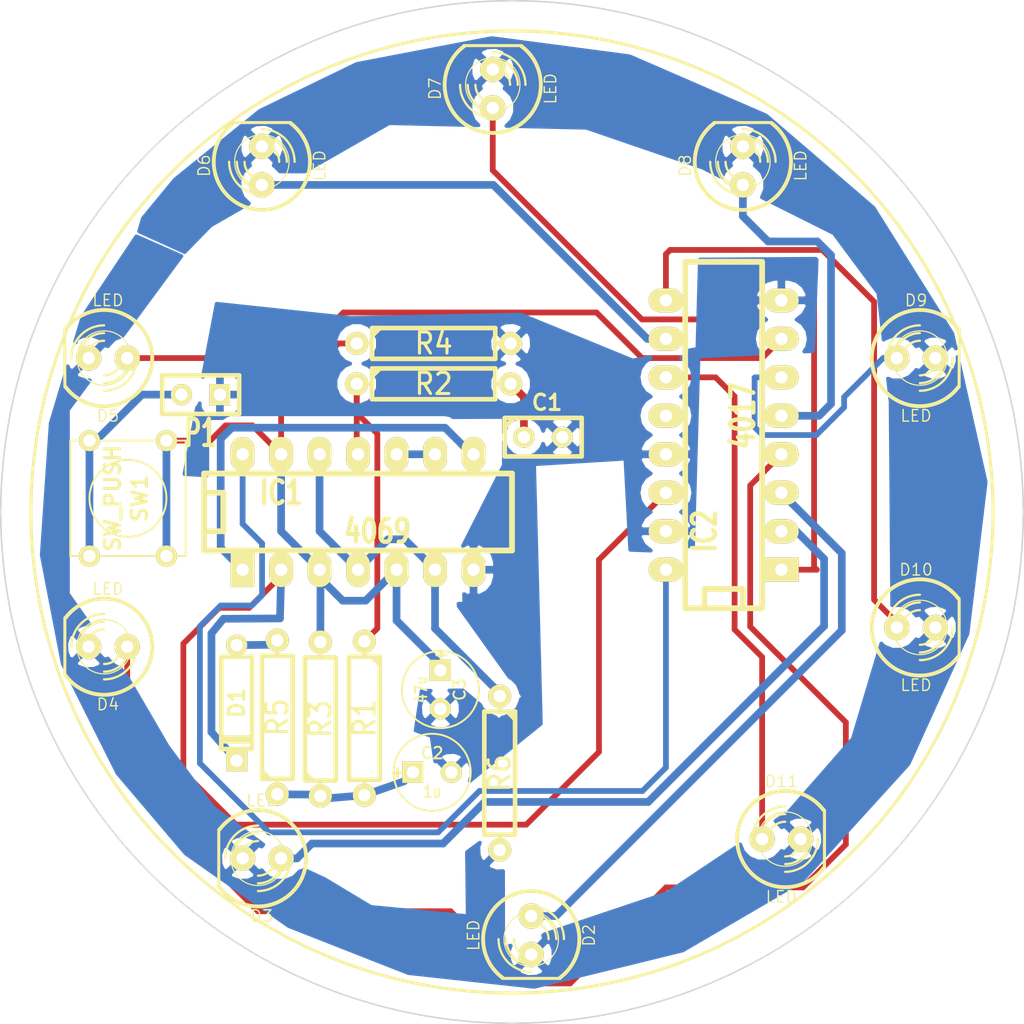
<source format=kicad_pcb>
(kicad_pcb (version 3) (host pcbnew "(2013-08-23 BZR 4296)-product")

  (general
    (links 52)
    (no_connects 0)
    (area 104.63526 24.62526 172.22474 92.21474)
    (thickness 1.6)
    (drawings 2)
    (tracks 156)
    (zones 0)
    (modules 24)
    (nets 25)
  )

  (page USLetter)
  (layers
    (15 F.Cu signal)
    (0 B.Cu signal hide)
    (16 B.Adhes user)
    (17 F.Adhes user)
    (18 B.Paste user)
    (19 F.Paste user)
    (20 B.SilkS user)
    (21 F.SilkS user)
    (22 B.Mask user)
    (23 F.Mask user)
    (24 Dwgs.User user)
    (25 Cmts.User user)
    (26 Eco1.User user)
    (27 Eco2.User user)
    (28 Edge.Cuts user)
  )

  (setup
    (last_trace_width 0.381)
    (trace_clearance 0.254)
    (zone_clearance 0.508)
    (zone_45_only no)
    (trace_min 0.254)
    (segment_width 0.2)
    (edge_width 0.1)
    (via_size 0.889)
    (via_drill 0.635)
    (via_min_size 0.889)
    (via_min_drill 0.508)
    (uvia_size 0.508)
    (uvia_drill 0.127)
    (uvias_allowed no)
    (uvia_min_size 0.508)
    (uvia_min_drill 0.127)
    (pcb_text_width 0.3)
    (pcb_text_size 1.5 1.5)
    (mod_edge_width 0.15)
    (mod_text_size 1 1)
    (mod_text_width 0.15)
    (pad_size 1.524 1.524)
    (pad_drill 0.8128)
    (pad_to_mask_clearance 0)
    (aux_axis_origin 0 0)
    (visible_elements 7FFFFF7F)
    (pcbplotparams
      (layerselection 3178497)
      (usegerberextensions true)
      (excludeedgelayer true)
      (linewidth 0.150000)
      (plotframeref false)
      (viasonmask false)
      (mode 1)
      (useauxorigin false)
      (hpglpennumber 1)
      (hpglpenspeed 20)
      (hpglpendiameter 15)
      (hpglpenoverlay 2)
      (psnegative false)
      (psa4output false)
      (plotreference true)
      (plotvalue true)
      (plotothertext true)
      (plotinvisibletext false)
      (padsonsilk false)
      (subtractmaskfromsilk false)
      (outputformat 1)
      (mirror false)
      (drillshape 1)
      (scaleselection 1)
      (outputdirectory ""))
  )

  (net 0 "")
  (net 1 +9V)
  (net 2 /ResToLEDs)
  (net 3 GND)
  (net 4 N-000001)
  (net 5 N-0000010)
  (net 6 N-0000011)
  (net 7 N-0000012)
  (net 8 N-0000013)
  (net 9 N-0000015)
  (net 10 N-0000016)
  (net 11 N-0000017)
  (net 12 N-0000018)
  (net 13 N-000002)
  (net 14 N-0000021)
  (net 15 N-0000022)
  (net 16 N-0000023)
  (net 17 N-0000024)
  (net 18 N-000003)
  (net 19 N-000004)
  (net 20 N-000006)
  (net 21 N-000007)
  (net 22 N-000008)
  (net 23 N-000009)
  (net 24 VCC)

  (net_class Default "This is the default net class."
    (clearance 0.254)
    (trace_width 0.381)
    (via_dia 0.889)
    (via_drill 0.635)
    (uvia_dia 0.508)
    (uvia_drill 0.127)
    (add_net "")
    (add_net +9V)
    (add_net /ResToLEDs)
    (add_net GND)
    (add_net N-000001)
    (add_net N-0000010)
    (add_net N-0000011)
    (add_net N-0000012)
    (add_net N-0000013)
    (add_net N-0000015)
    (add_net N-0000016)
    (add_net N-0000017)
    (add_net N-0000018)
    (add_net N-000002)
    (add_net N-0000021)
    (add_net N-0000022)
    (add_net N-0000023)
    (add_net N-0000024)
    (add_net N-000003)
    (add_net N-000004)
    (add_net N-000006)
    (add_net N-000007)
    (add_net N-000008)
    (add_net N-000009)
    (add_net VCC)
  )

  (module SW_PUSH_SMALL (layer F.Cu) (tedit 46544DB3) (tstamp 52225C45)
    (at 113.0808 57.5183 270)
    (path /521AA603)
    (fp_text reference SW1 (at 0 -0.762 270) (layer F.SilkS)
      (effects (font (size 1.016 1.016) (thickness 0.2032)))
    )
    (fp_text value SW_PUSH (at 0 1.016 270) (layer F.SilkS)
      (effects (font (size 1.016 1.016) (thickness 0.2032)))
    )
    (fp_circle (center 0 0) (end 0 -2.54) (layer F.SilkS) (width 0.127))
    (fp_line (start -3.81 -3.81) (end 3.81 -3.81) (layer F.SilkS) (width 0.127))
    (fp_line (start 3.81 -3.81) (end 3.81 3.81) (layer F.SilkS) (width 0.127))
    (fp_line (start 3.81 3.81) (end -3.81 3.81) (layer F.SilkS) (width 0.127))
    (fp_line (start -3.81 -3.81) (end -3.81 3.81) (layer F.SilkS) (width 0.127))
    (pad 1 thru_hole circle (at 3.81 -2.54 270) (size 1.397 1.397) (drill 0.8128)
      (layers *.Cu *.Mask F.SilkS)
      (net 16 N-0000023)
    )
    (pad 2 thru_hole circle (at 3.81 2.54 270) (size 1.397 1.397) (drill 0.8128)
      (layers *.Cu *.Mask F.SilkS)
      (net 1 +9V)
    )
    (pad 1 thru_hole circle (at -3.81 -2.54 270) (size 1.397 1.397) (drill 0.8128)
      (layers *.Cu *.Mask F.SilkS)
      (net 16 N-0000023)
    )
    (pad 2 thru_hole circle (at -3.81 2.54 270) (size 1.397 1.397) (drill 0.8128)
      (layers *.Cu *.Mask F.SilkS)
      (net 1 +9V)
    )
  )

  (module R4 (layer F.Cu) (tedit 200000) (tstamp 522249BF)
    (at 128.6891 72.0344 270)
    (descr "Resitance 4 pas")
    (tags R)
    (path /521A8B2B)
    (autoplace_cost180 10)
    (fp_text reference R1 (at 0 0 270) (layer F.SilkS)
      (effects (font (size 1.397 1.27) (thickness 0.2032)))
    )
    (fp_text value 470K (at 0 0 270) (layer F.SilkS) hide
      (effects (font (size 1.397 1.27) (thickness 0.2032)))
    )
    (fp_line (start -5.08 0) (end -4.064 0) (layer F.SilkS) (width 0.3048))
    (fp_line (start -4.064 0) (end -4.064 -1.016) (layer F.SilkS) (width 0.3048))
    (fp_line (start -4.064 -1.016) (end 4.064 -1.016) (layer F.SilkS) (width 0.3048))
    (fp_line (start 4.064 -1.016) (end 4.064 1.016) (layer F.SilkS) (width 0.3048))
    (fp_line (start 4.064 1.016) (end -4.064 1.016) (layer F.SilkS) (width 0.3048))
    (fp_line (start -4.064 1.016) (end -4.064 0) (layer F.SilkS) (width 0.3048))
    (fp_line (start -4.064 -0.508) (end -3.556 -1.016) (layer F.SilkS) (width 0.3048))
    (fp_line (start 5.08 0) (end 4.064 0) (layer F.SilkS) (width 0.3048))
    (pad 1 thru_hole circle (at -5.08 0 270) (size 1.524 1.524) (drill 0.8128)
      (layers *.Cu *.Mask F.SilkS)
      (net 10 N-0000016)
    )
    (pad 2 thru_hole circle (at 5.08 0 270) (size 1.524 1.524) (drill 0.8128)
      (layers *.Cu *.Mask F.SilkS)
      (net 17 N-0000024)
    )
    (model discret/resistor.wrl
      (at (xyz 0 0 0))
      (scale (xyz 0.4 0.4 0.4))
      (rotate (xyz 0 0 0))
    )
  )

  (module R4 (layer F.Cu) (tedit 200000) (tstamp 521C35CF)
    (at 133.2611 49.9618)
    (descr "Resitance 4 pas")
    (tags R)
    (path /521A8BB8)
    (autoplace_cost180 10)
    (fp_text reference R2 (at 0 0) (layer F.SilkS)
      (effects (font (size 1.397 1.27) (thickness 0.2032)))
    )
    (fp_text value 3M3 (at 0 0) (layer F.SilkS) hide
      (effects (font (size 1.397 1.27) (thickness 0.2032)))
    )
    (fp_line (start -5.08 0) (end -4.064 0) (layer F.SilkS) (width 0.3048))
    (fp_line (start -4.064 0) (end -4.064 -1.016) (layer F.SilkS) (width 0.3048))
    (fp_line (start -4.064 -1.016) (end 4.064 -1.016) (layer F.SilkS) (width 0.3048))
    (fp_line (start 4.064 -1.016) (end 4.064 1.016) (layer F.SilkS) (width 0.3048))
    (fp_line (start 4.064 1.016) (end -4.064 1.016) (layer F.SilkS) (width 0.3048))
    (fp_line (start -4.064 1.016) (end -4.064 0) (layer F.SilkS) (width 0.3048))
    (fp_line (start -4.064 -0.508) (end -3.556 -1.016) (layer F.SilkS) (width 0.3048))
    (fp_line (start 5.08 0) (end 4.064 0) (layer F.SilkS) (width 0.3048))
    (pad 1 thru_hole circle (at -5.08 0) (size 1.524 1.524) (drill 0.8128)
      (layers *.Cu *.Mask F.SilkS)
      (net 10 N-0000016)
    )
    (pad 2 thru_hole circle (at 5.08 0) (size 1.524 1.524) (drill 0.8128)
      (layers *.Cu *.Mask F.SilkS)
      (net 12 N-0000018)
    )
    (model discret/resistor.wrl
      (at (xyz 0 0 0))
      (scale (xyz 0.4 0.4 0.4))
      (rotate (xyz 0 0 0))
    )
  )

  (module R4 (layer F.Cu) (tedit 200000) (tstamp 521C35C0)
    (at 122.936 71.9709 90)
    (descr "Resitance 4 pas")
    (tags R)
    (path /521A93EB)
    (autoplace_cost180 10)
    (fp_text reference R5 (at 0 0 90) (layer F.SilkS)
      (effects (font (size 1.397 1.27) (thickness 0.2032)))
    )
    (fp_text value 10K (at 0 0 90) (layer F.SilkS) hide
      (effects (font (size 1.397 1.27) (thickness 0.2032)))
    )
    (fp_line (start -5.08 0) (end -4.064 0) (layer F.SilkS) (width 0.3048))
    (fp_line (start -4.064 0) (end -4.064 -1.016) (layer F.SilkS) (width 0.3048))
    (fp_line (start -4.064 -1.016) (end 4.064 -1.016) (layer F.SilkS) (width 0.3048))
    (fp_line (start 4.064 -1.016) (end 4.064 1.016) (layer F.SilkS) (width 0.3048))
    (fp_line (start 4.064 1.016) (end -4.064 1.016) (layer F.SilkS) (width 0.3048))
    (fp_line (start -4.064 1.016) (end -4.064 0) (layer F.SilkS) (width 0.3048))
    (fp_line (start -4.064 -0.508) (end -3.556 -1.016) (layer F.SilkS) (width 0.3048))
    (fp_line (start 5.08 0) (end 4.064 0) (layer F.SilkS) (width 0.3048))
    (pad 1 thru_hole circle (at -5.08 0 90) (size 1.524 1.524) (drill 0.8128)
      (layers *.Cu *.Mask F.SilkS)
      (net 17 N-0000024)
    )
    (pad 2 thru_hole circle (at 5.08 0 90) (size 1.524 1.524) (drill 0.8128)
      (layers *.Cu *.Mask F.SilkS)
      (net 20 N-000006)
    )
    (model discret/resistor.wrl
      (at (xyz 0 0 0))
      (scale (xyz 0.4 0.4 0.4))
      (rotate (xyz 0 0 0))
    )
  )

  (module R4 (layer F.Cu) (tedit 522B9F5A) (tstamp 521C35B1)
    (at 125.7808 72.0852 90)
    (descr "Resitance 4 pas")
    (tags R)
    (path /521A93FA)
    (autoplace_cost180 10)
    (fp_text reference R3 (at 0 0 270) (layer F.SilkS)
      (effects (font (size 1.397 1.27) (thickness 0.2032)))
    )
    (fp_text value 100K (at 0 0 90) (layer F.SilkS) hide
      (effects (font (size 1.397 1.27) (thickness 0.2032)))
    )
    (fp_line (start -5.08 0) (end -4.064 0) (layer F.SilkS) (width 0.3048))
    (fp_line (start -4.064 0) (end -4.064 -1.016) (layer F.SilkS) (width 0.3048))
    (fp_line (start -4.064 -1.016) (end 4.064 -1.016) (layer F.SilkS) (width 0.3048))
    (fp_line (start 4.064 -1.016) (end 4.064 1.016) (layer F.SilkS) (width 0.3048))
    (fp_line (start 4.064 1.016) (end -4.064 1.016) (layer F.SilkS) (width 0.3048))
    (fp_line (start -4.064 1.016) (end -4.064 0) (layer F.SilkS) (width 0.3048))
    (fp_line (start -4.064 -0.508) (end -3.556 -1.016) (layer F.SilkS) (width 0.3048))
    (fp_line (start 5.08 0) (end 4.064 0) (layer F.SilkS) (width 0.3048))
    (pad 1 thru_hole circle (at -5.08 0 90) (size 1.524 1.524) (drill 0.8128)
      (layers *.Cu *.Mask F.SilkS)
      (net 17 N-0000024)
    )
    (pad 2 thru_hole circle (at 5.08 0 90) (size 1.524 1.524) (drill 0.8128)
      (layers *.Cu *.Mask F.SilkS)
      (net 16 N-0000023)
    )
    (model discret/resistor.wrl
      (at (xyz 0 0 0))
      (scale (xyz 0.4 0.4 0.4))
      (rotate (xyz 0 0 0))
    )
  )

  (module R4 (layer F.Cu) (tedit 200000) (tstamp 522BF3CE)
    (at 133.2611 47.2948)
    (descr "Resitance 4 pas")
    (tags R)
    (path /521A9418)
    (autoplace_cost180 10)
    (fp_text reference R4 (at 0 0) (layer F.SilkS)
      (effects (font (size 1.397 1.27) (thickness 0.2032)))
    )
    (fp_text value 1M (at 0 0) (layer F.SilkS) hide
      (effects (font (size 1.397 1.27) (thickness 0.2032)))
    )
    (fp_line (start -5.08 0) (end -4.064 0) (layer F.SilkS) (width 0.3048))
    (fp_line (start -4.064 0) (end -4.064 -1.016) (layer F.SilkS) (width 0.3048))
    (fp_line (start -4.064 -1.016) (end 4.064 -1.016) (layer F.SilkS) (width 0.3048))
    (fp_line (start 4.064 -1.016) (end 4.064 1.016) (layer F.SilkS) (width 0.3048))
    (fp_line (start 4.064 1.016) (end -4.064 1.016) (layer F.SilkS) (width 0.3048))
    (fp_line (start -4.064 1.016) (end -4.064 0) (layer F.SilkS) (width 0.3048))
    (fp_line (start -4.064 -0.508) (end -3.556 -1.016) (layer F.SilkS) (width 0.3048))
    (fp_line (start 5.08 0) (end 4.064 0) (layer F.SilkS) (width 0.3048))
    (pad 1 thru_hole circle (at -5.08 0) (size 1.524 1.524) (drill 0.8128)
      (layers *.Cu *.Mask F.SilkS)
      (net 16 N-0000023)
    )
    (pad 2 thru_hole circle (at 5.08 0) (size 1.524 1.524) (drill 0.8128)
      (layers *.Cu *.Mask F.SilkS)
      (net 3 GND)
    )
    (model discret/resistor.wrl
      (at (xyz 0 0 0))
      (scale (xyz 0.4 0.4 0.4))
      (rotate (xyz 0 0 0))
    )
  )

  (module R4 (layer F.Cu) (tedit 200000) (tstamp 5222422C)
    (at 137.6172 75.6539 270)
    (descr "Resitance 4 pas")
    (tags R)
    (path /521A9427)
    (autoplace_cost180 10)
    (fp_text reference R6 (at 0 0 270) (layer F.SilkS)
      (effects (font (size 1.397 1.27) (thickness 0.2032)))
    )
    (fp_text value 220E0 (at 0 0 270) (layer F.SilkS) hide
      (effects (font (size 1.397 1.27) (thickness 0.2032)))
    )
    (fp_line (start -5.08 0) (end -4.064 0) (layer F.SilkS) (width 0.3048))
    (fp_line (start -4.064 0) (end -4.064 -1.016) (layer F.SilkS) (width 0.3048))
    (fp_line (start -4.064 -1.016) (end 4.064 -1.016) (layer F.SilkS) (width 0.3048))
    (fp_line (start 4.064 -1.016) (end 4.064 1.016) (layer F.SilkS) (width 0.3048))
    (fp_line (start 4.064 1.016) (end -4.064 1.016) (layer F.SilkS) (width 0.3048))
    (fp_line (start -4.064 1.016) (end -4.064 0) (layer F.SilkS) (width 0.3048))
    (fp_line (start -4.064 -0.508) (end -3.556 -1.016) (layer F.SilkS) (width 0.3048))
    (fp_line (start 5.08 0) (end 4.064 0) (layer F.SilkS) (width 0.3048))
    (pad 1 thru_hole circle (at -5.08 0 270) (size 1.524 1.524) (drill 0.8128)
      (layers *.Cu *.Mask F.SilkS)
      (net 14 N-0000021)
    )
    (pad 2 thru_hole circle (at 5.08 0 270) (size 1.524 1.524) (drill 0.8128)
      (layers *.Cu *.Mask F.SilkS)
      (net 2 /ResToLEDs)
    )
    (model discret/resistor.wrl
      (at (xyz 0 0 0))
      (scale (xyz 0.4 0.4 0.4))
      (rotate (xyz 0 0 0))
    )
  )

  (module LED-5MM locked (layer F.Cu) (tedit 50ADE86B) (tstamp 521AE307)
    (at 156.21 80.01)
    (descr "LED 5mm - Lead pitch 100mil (2,54mm)")
    (tags "LED led 5mm 5MM 100mil 2,54mm")
    (path /521AD88D)
    (fp_text reference D11 (at 0 -3.81) (layer F.SilkS)
      (effects (font (size 0.762 0.762) (thickness 0.0889)))
    )
    (fp_text value LED (at 0 3.81) (layer F.SilkS)
      (effects (font (size 0.762 0.762) (thickness 0.0889)))
    )
    (fp_line (start 2.8448 1.905) (end 2.8448 -1.905) (layer F.SilkS) (width 0.2032))
    (fp_circle (center 0.254 0) (end -1.016 1.27) (layer F.SilkS) (width 0.0762))
    (fp_arc (start 0.254 0) (end 2.794 1.905) (angle 286.2) (layer F.SilkS) (width 0.254))
    (fp_arc (start 0.254 0) (end -0.889 0) (angle 90) (layer F.SilkS) (width 0.1524))
    (fp_arc (start 0.254 0) (end 1.397 0) (angle 90) (layer F.SilkS) (width 0.1524))
    (fp_arc (start 0.254 0) (end -1.397 0) (angle 90) (layer F.SilkS) (width 0.1524))
    (fp_arc (start 0.254 0) (end 1.905 0) (angle 90) (layer F.SilkS) (width 0.1524))
    (fp_arc (start 0.254 0) (end -1.905 0) (angle 90) (layer F.SilkS) (width 0.1524))
    (fp_arc (start 0.254 0) (end 2.413 0) (angle 90) (layer F.SilkS) (width 0.1524))
    (pad 1 thru_hole circle (at -1.27 0) (size 1.6764 1.6764) (drill 0.8128)
      (layers *.Cu *.Mask F.SilkS)
      (net 18 N-000003)
    )
    (pad 2 thru_hole circle (at 1.27 0) (size 1.6764 1.6764) (drill 0.8128)
      (layers *.Cu *.Mask F.SilkS)
      (net 2 /ResToLEDs)
    )
    (model discret/leds/led5_vertical_verde.wrl
      (at (xyz 0 0 0))
      (scale (xyz 1 1 1))
      (rotate (xyz 0 0 0))
    )
  )

  (module LED-5MM locked (layer F.Cu) (tedit 50ADE86B) (tstamp 521AE316)
    (at 165.1 66.04)
    (descr "LED 5mm - Lead pitch 100mil (2,54mm)")
    (tags "LED led 5mm 5MM 100mil 2,54mm")
    (path /521AD887)
    (fp_text reference D10 (at 0 -3.81) (layer F.SilkS)
      (effects (font (size 0.762 0.762) (thickness 0.0889)))
    )
    (fp_text value LED (at 0 3.81) (layer F.SilkS)
      (effects (font (size 0.762 0.762) (thickness 0.0889)))
    )
    (fp_line (start 2.8448 1.905) (end 2.8448 -1.905) (layer F.SilkS) (width 0.2032))
    (fp_circle (center 0.254 0) (end -1.016 1.27) (layer F.SilkS) (width 0.0762))
    (fp_arc (start 0.254 0) (end 2.794 1.905) (angle 286.2) (layer F.SilkS) (width 0.254))
    (fp_arc (start 0.254 0) (end -0.889 0) (angle 90) (layer F.SilkS) (width 0.1524))
    (fp_arc (start 0.254 0) (end 1.397 0) (angle 90) (layer F.SilkS) (width 0.1524))
    (fp_arc (start 0.254 0) (end -1.397 0) (angle 90) (layer F.SilkS) (width 0.1524))
    (fp_arc (start 0.254 0) (end 1.905 0) (angle 90) (layer F.SilkS) (width 0.1524))
    (fp_arc (start 0.254 0) (end -1.905 0) (angle 90) (layer F.SilkS) (width 0.1524))
    (fp_arc (start 0.254 0) (end 2.413 0) (angle 90) (layer F.SilkS) (width 0.1524))
    (pad 1 thru_hole circle (at -1.27 0) (size 1.6764 1.6764) (drill 0.8128)
      (layers *.Cu *.Mask F.SilkS)
      (net 13 N-000002)
    )
    (pad 2 thru_hole circle (at 1.27 0) (size 1.6764 1.6764) (drill 0.8128)
      (layers *.Cu *.Mask F.SilkS)
      (net 2 /ResToLEDs)
    )
    (model discret/leds/led5_vertical_verde.wrl
      (at (xyz 0 0 0))
      (scale (xyz 1 1 1))
      (rotate (xyz 0 0 0))
    )
  )

  (module LED-5MM locked (layer F.Cu) (tedit 50ADE86B) (tstamp 521AE325)
    (at 165.1 48.26)
    (descr "LED 5mm - Lead pitch 100mil (2,54mm)")
    (tags "LED led 5mm 5MM 100mil 2,54mm")
    (path /521AD881)
    (fp_text reference D9 (at 0 -3.81) (layer F.SilkS)
      (effects (font (size 0.762 0.762) (thickness 0.0889)))
    )
    (fp_text value LED (at 0 3.81) (layer F.SilkS)
      (effects (font (size 0.762 0.762) (thickness 0.0889)))
    )
    (fp_line (start 2.8448 1.905) (end 2.8448 -1.905) (layer F.SilkS) (width 0.2032))
    (fp_circle (center 0.254 0) (end -1.016 1.27) (layer F.SilkS) (width 0.0762))
    (fp_arc (start 0.254 0) (end 2.794 1.905) (angle 286.2) (layer F.SilkS) (width 0.254))
    (fp_arc (start 0.254 0) (end -0.889 0) (angle 90) (layer F.SilkS) (width 0.1524))
    (fp_arc (start 0.254 0) (end 1.397 0) (angle 90) (layer F.SilkS) (width 0.1524))
    (fp_arc (start 0.254 0) (end -1.397 0) (angle 90) (layer F.SilkS) (width 0.1524))
    (fp_arc (start 0.254 0) (end 1.905 0) (angle 90) (layer F.SilkS) (width 0.1524))
    (fp_arc (start 0.254 0) (end -1.905 0) (angle 90) (layer F.SilkS) (width 0.1524))
    (fp_arc (start 0.254 0) (end 2.413 0) (angle 90) (layer F.SilkS) (width 0.1524))
    (pad 1 thru_hole circle (at -1.27 0) (size 1.6764 1.6764) (drill 0.8128)
      (layers *.Cu *.Mask F.SilkS)
      (net 4 N-000001)
    )
    (pad 2 thru_hole circle (at 1.27 0) (size 1.6764 1.6764) (drill 0.8128)
      (layers *.Cu *.Mask F.SilkS)
      (net 2 /ResToLEDs)
    )
    (model discret/leds/led5_vertical_verde.wrl
      (at (xyz 0 0 0))
      (scale (xyz 1 1 1))
      (rotate (xyz 0 0 0))
    )
  )

  (module LED-5MM (layer F.Cu) (tedit 50ADE86B) (tstamp 521AE334)
    (at 153.67 35.56 90)
    (descr "LED 5mm - Lead pitch 100mil (2,54mm)")
    (tags "LED led 5mm 5MM 100mil 2,54mm")
    (path /521AD87B)
    (fp_text reference D8 (at 0 -3.81 90) (layer F.SilkS)
      (effects (font (size 0.762 0.762) (thickness 0.0889)))
    )
    (fp_text value LED (at 0 3.81 90) (layer F.SilkS)
      (effects (font (size 0.762 0.762) (thickness 0.0889)))
    )
    (fp_line (start 2.8448 1.905) (end 2.8448 -1.905) (layer F.SilkS) (width 0.2032))
    (fp_circle (center 0.254 0) (end -1.016 1.27) (layer F.SilkS) (width 0.0762))
    (fp_arc (start 0.254 0) (end 2.794 1.905) (angle 286.2) (layer F.SilkS) (width 0.254))
    (fp_arc (start 0.254 0) (end -0.889 0) (angle 90) (layer F.SilkS) (width 0.1524))
    (fp_arc (start 0.254 0) (end 1.397 0) (angle 90) (layer F.SilkS) (width 0.1524))
    (fp_arc (start 0.254 0) (end -1.397 0) (angle 90) (layer F.SilkS) (width 0.1524))
    (fp_arc (start 0.254 0) (end 1.905 0) (angle 90) (layer F.SilkS) (width 0.1524))
    (fp_arc (start 0.254 0) (end -1.905 0) (angle 90) (layer F.SilkS) (width 0.1524))
    (fp_arc (start 0.254 0) (end 2.413 0) (angle 90) (layer F.SilkS) (width 0.1524))
    (pad 1 thru_hole circle (at -1.27 0 90) (size 1.6764 1.6764) (drill 0.8128)
      (layers *.Cu *.Mask F.SilkS)
      (net 9 N-0000015)
    )
    (pad 2 thru_hole circle (at 1.27 0 90) (size 1.6764 1.6764) (drill 0.8128)
      (layers *.Cu *.Mask F.SilkS)
      (net 2 /ResToLEDs)
    )
    (model discret/leds/led5_vertical_verde.wrl
      (at (xyz 0 0 0))
      (scale (xyz 1 1 1))
      (rotate (xyz 0 0 0))
    )
  )

  (module LED-5MM (layer F.Cu) (tedit 50ADE86B) (tstamp 521C3575)
    (at 137.16 30.48 90)
    (descr "LED 5mm - Lead pitch 100mil (2,54mm)")
    (tags "LED led 5mm 5MM 100mil 2,54mm")
    (path /521AD875)
    (fp_text reference D7 (at 0 -3.81 90) (layer F.SilkS)
      (effects (font (size 0.762 0.762) (thickness 0.0889)))
    )
    (fp_text value LED (at 0 3.81 90) (layer F.SilkS)
      (effects (font (size 0.762 0.762) (thickness 0.0889)))
    )
    (fp_line (start 2.8448 1.905) (end 2.8448 -1.905) (layer F.SilkS) (width 0.2032))
    (fp_circle (center 0.254 0) (end -1.016 1.27) (layer F.SilkS) (width 0.0762))
    (fp_arc (start 0.254 0) (end 2.794 1.905) (angle 286.2) (layer F.SilkS) (width 0.254))
    (fp_arc (start 0.254 0) (end -0.889 0) (angle 90) (layer F.SilkS) (width 0.1524))
    (fp_arc (start 0.254 0) (end 1.397 0) (angle 90) (layer F.SilkS) (width 0.1524))
    (fp_arc (start 0.254 0) (end -1.397 0) (angle 90) (layer F.SilkS) (width 0.1524))
    (fp_arc (start 0.254 0) (end 1.905 0) (angle 90) (layer F.SilkS) (width 0.1524))
    (fp_arc (start 0.254 0) (end -1.905 0) (angle 90) (layer F.SilkS) (width 0.1524))
    (fp_arc (start 0.254 0) (end 2.413 0) (angle 90) (layer F.SilkS) (width 0.1524))
    (pad 1 thru_hole circle (at -1.27 0 90) (size 1.6764 1.6764) (drill 0.8128)
      (layers *.Cu *.Mask F.SilkS)
      (net 8 N-0000013)
    )
    (pad 2 thru_hole circle (at 1.27 0 90) (size 1.6764 1.6764) (drill 0.8128)
      (layers *.Cu *.Mask F.SilkS)
      (net 2 /ResToLEDs)
    )
    (model discret/leds/led5_vertical_verde.wrl
      (at (xyz 0 0 0))
      (scale (xyz 1 1 1))
      (rotate (xyz 0 0 0))
    )
  )

  (module LED-5MM (layer F.Cu) (tedit 50ADE86B) (tstamp 521AE352)
    (at 121.92 35.56 90)
    (descr "LED 5mm - Lead pitch 100mil (2,54mm)")
    (tags "LED led 5mm 5MM 100mil 2,54mm")
    (path /521AD86F)
    (fp_text reference D6 (at 0 -3.81 90) (layer F.SilkS)
      (effects (font (size 0.762 0.762) (thickness 0.0889)))
    )
    (fp_text value LED (at 0 3.81 90) (layer F.SilkS)
      (effects (font (size 0.762 0.762) (thickness 0.0889)))
    )
    (fp_line (start 2.8448 1.905) (end 2.8448 -1.905) (layer F.SilkS) (width 0.2032))
    (fp_circle (center 0.254 0) (end -1.016 1.27) (layer F.SilkS) (width 0.0762))
    (fp_arc (start 0.254 0) (end 2.794 1.905) (angle 286.2) (layer F.SilkS) (width 0.254))
    (fp_arc (start 0.254 0) (end -0.889 0) (angle 90) (layer F.SilkS) (width 0.1524))
    (fp_arc (start 0.254 0) (end 1.397 0) (angle 90) (layer F.SilkS) (width 0.1524))
    (fp_arc (start 0.254 0) (end -1.397 0) (angle 90) (layer F.SilkS) (width 0.1524))
    (fp_arc (start 0.254 0) (end 1.905 0) (angle 90) (layer F.SilkS) (width 0.1524))
    (fp_arc (start 0.254 0) (end -1.905 0) (angle 90) (layer F.SilkS) (width 0.1524))
    (fp_arc (start 0.254 0) (end 2.413 0) (angle 90) (layer F.SilkS) (width 0.1524))
    (pad 1 thru_hole circle (at -1.27 0 90) (size 1.6764 1.6764) (drill 0.8128)
      (layers *.Cu *.Mask F.SilkS)
      (net 7 N-0000012)
    )
    (pad 2 thru_hole circle (at 1.27 0 90) (size 1.6764 1.6764) (drill 0.8128)
      (layers *.Cu *.Mask F.SilkS)
      (net 2 /ResToLEDs)
    )
    (model discret/leds/led5_vertical_verde.wrl
      (at (xyz 0 0 0))
      (scale (xyz 1 1 1))
      (rotate (xyz 0 0 0))
    )
  )

  (module LED-5MM (layer F.Cu) (tedit 50ADE86B) (tstamp 521AE361)
    (at 111.76 48.26 180)
    (descr "LED 5mm - Lead pitch 100mil (2,54mm)")
    (tags "LED led 5mm 5MM 100mil 2,54mm")
    (path /521AD869)
    (fp_text reference D5 (at 0 -3.81 180) (layer F.SilkS)
      (effects (font (size 0.762 0.762) (thickness 0.0889)))
    )
    (fp_text value LED (at 0 3.81 180) (layer F.SilkS)
      (effects (font (size 0.762 0.762) (thickness 0.0889)))
    )
    (fp_line (start 2.8448 1.905) (end 2.8448 -1.905) (layer F.SilkS) (width 0.2032))
    (fp_circle (center 0.254 0) (end -1.016 1.27) (layer F.SilkS) (width 0.0762))
    (fp_arc (start 0.254 0) (end 2.794 1.905) (angle 286.2) (layer F.SilkS) (width 0.254))
    (fp_arc (start 0.254 0) (end -0.889 0) (angle 90) (layer F.SilkS) (width 0.1524))
    (fp_arc (start 0.254 0) (end 1.397 0) (angle 90) (layer F.SilkS) (width 0.1524))
    (fp_arc (start 0.254 0) (end -1.397 0) (angle 90) (layer F.SilkS) (width 0.1524))
    (fp_arc (start 0.254 0) (end 1.905 0) (angle 90) (layer F.SilkS) (width 0.1524))
    (fp_arc (start 0.254 0) (end -1.905 0) (angle 90) (layer F.SilkS) (width 0.1524))
    (fp_arc (start 0.254 0) (end 2.413 0) (angle 90) (layer F.SilkS) (width 0.1524))
    (pad 1 thru_hole circle (at -1.27 0 180) (size 1.6764 1.6764) (drill 0.8128)
      (layers *.Cu *.Mask F.SilkS)
      (net 6 N-0000011)
    )
    (pad 2 thru_hole circle (at 1.27 0 180) (size 1.6764 1.6764) (drill 0.8128)
      (layers *.Cu *.Mask F.SilkS)
      (net 2 /ResToLEDs)
    )
    (model discret/leds/led5_vertical_verde.wrl
      (at (xyz 0 0 0))
      (scale (xyz 1 1 1))
      (rotate (xyz 0 0 0))
    )
  )

  (module LED-5MM (layer F.Cu) (tedit 50ADE86B) (tstamp 521C2C91)
    (at 111.76 67.31 180)
    (descr "LED 5mm - Lead pitch 100mil (2,54mm)")
    (tags "LED led 5mm 5MM 100mil 2,54mm")
    (path /521AD863)
    (fp_text reference D4 (at 0 -3.81 180) (layer F.SilkS)
      (effects (font (size 0.762 0.762) (thickness 0.0889)))
    )
    (fp_text value LED (at 0 3.81 180) (layer F.SilkS)
      (effects (font (size 0.762 0.762) (thickness 0.0889)))
    )
    (fp_line (start 2.8448 1.905) (end 2.8448 -1.905) (layer F.SilkS) (width 0.2032))
    (fp_circle (center 0.254 0) (end -1.016 1.27) (layer F.SilkS) (width 0.0762))
    (fp_arc (start 0.254 0) (end 2.794 1.905) (angle 286.2) (layer F.SilkS) (width 0.254))
    (fp_arc (start 0.254 0) (end -0.889 0) (angle 90) (layer F.SilkS) (width 0.1524))
    (fp_arc (start 0.254 0) (end 1.397 0) (angle 90) (layer F.SilkS) (width 0.1524))
    (fp_arc (start 0.254 0) (end -1.397 0) (angle 90) (layer F.SilkS) (width 0.1524))
    (fp_arc (start 0.254 0) (end 1.905 0) (angle 90) (layer F.SilkS) (width 0.1524))
    (fp_arc (start 0.254 0) (end -1.905 0) (angle 90) (layer F.SilkS) (width 0.1524))
    (fp_arc (start 0.254 0) (end 2.413 0) (angle 90) (layer F.SilkS) (width 0.1524))
    (pad 1 thru_hole circle (at -1.27 0 180) (size 1.6764 1.6764) (drill 0.8128)
      (layers *.Cu *.Mask F.SilkS)
      (net 5 N-0000010)
    )
    (pad 2 thru_hole circle (at 1.27 0 180) (size 1.6764 1.6764) (drill 0.8128)
      (layers *.Cu *.Mask F.SilkS)
      (net 2 /ResToLEDs)
    )
    (model discret/leds/led5_vertical_verde.wrl
      (at (xyz 0 0 0))
      (scale (xyz 1 1 1))
      (rotate (xyz 0 0 0))
    )
  )

  (module LED-5MM (layer F.Cu) (tedit 50ADE86B) (tstamp 521AE37F)
    (at 121.92 81.28 180)
    (descr "LED 5mm - Lead pitch 100mil (2,54mm)")
    (tags "LED led 5mm 5MM 100mil 2,54mm")
    (path /521AD85D)
    (fp_text reference D3 (at 0 -3.81 180) (layer F.SilkS)
      (effects (font (size 0.762 0.762) (thickness 0.0889)))
    )
    (fp_text value LED (at 0 3.81 180) (layer F.SilkS)
      (effects (font (size 0.762 0.762) (thickness 0.0889)))
    )
    (fp_line (start 2.8448 1.905) (end 2.8448 -1.905) (layer F.SilkS) (width 0.2032))
    (fp_circle (center 0.254 0) (end -1.016 1.27) (layer F.SilkS) (width 0.0762))
    (fp_arc (start 0.254 0) (end 2.794 1.905) (angle 286.2) (layer F.SilkS) (width 0.254))
    (fp_arc (start 0.254 0) (end -0.889 0) (angle 90) (layer F.SilkS) (width 0.1524))
    (fp_arc (start 0.254 0) (end 1.397 0) (angle 90) (layer F.SilkS) (width 0.1524))
    (fp_arc (start 0.254 0) (end -1.397 0) (angle 90) (layer F.SilkS) (width 0.1524))
    (fp_arc (start 0.254 0) (end 1.905 0) (angle 90) (layer F.SilkS) (width 0.1524))
    (fp_arc (start 0.254 0) (end -1.905 0) (angle 90) (layer F.SilkS) (width 0.1524))
    (fp_arc (start 0.254 0) (end 2.413 0) (angle 90) (layer F.SilkS) (width 0.1524))
    (pad 1 thru_hole circle (at -1.27 0 180) (size 1.6764 1.6764) (drill 0.8128)
      (layers *.Cu *.Mask F.SilkS)
      (net 23 N-000009)
    )
    (pad 2 thru_hole circle (at 1.27 0 180) (size 1.6764 1.6764) (drill 0.8128)
      (layers *.Cu *.Mask F.SilkS)
      (net 2 /ResToLEDs)
    )
    (model discret/leds/led5_vertical_verde.wrl
      (at (xyz 0 0 0))
      (scale (xyz 1 1 1))
      (rotate (xyz 0 0 0))
    )
  )

  (module LED-5MM (layer F.Cu) (tedit 50ADE86B) (tstamp 521AE38E)
    (at 139.7 86.36 270)
    (descr "LED 5mm - Lead pitch 100mil (2,54mm)")
    (tags "LED led 5mm 5MM 100mil 2,54mm")
    (path /521AD834)
    (fp_text reference D2 (at 0 -3.81 270) (layer F.SilkS)
      (effects (font (size 0.762 0.762) (thickness 0.0889)))
    )
    (fp_text value LED (at 0 3.81 270) (layer F.SilkS)
      (effects (font (size 0.762 0.762) (thickness 0.0889)))
    )
    (fp_line (start 2.8448 1.905) (end 2.8448 -1.905) (layer F.SilkS) (width 0.2032))
    (fp_circle (center 0.254 0) (end -1.016 1.27) (layer F.SilkS) (width 0.0762))
    (fp_arc (start 0.254 0) (end 2.794 1.905) (angle 286.2) (layer F.SilkS) (width 0.254))
    (fp_arc (start 0.254 0) (end -0.889 0) (angle 90) (layer F.SilkS) (width 0.1524))
    (fp_arc (start 0.254 0) (end 1.397 0) (angle 90) (layer F.SilkS) (width 0.1524))
    (fp_arc (start 0.254 0) (end -1.397 0) (angle 90) (layer F.SilkS) (width 0.1524))
    (fp_arc (start 0.254 0) (end 1.905 0) (angle 90) (layer F.SilkS) (width 0.1524))
    (fp_arc (start 0.254 0) (end -1.905 0) (angle 90) (layer F.SilkS) (width 0.1524))
    (fp_arc (start 0.254 0) (end 2.413 0) (angle 90) (layer F.SilkS) (width 0.1524))
    (pad 1 thru_hole circle (at -1.27 0 270) (size 1.6764 1.6764) (drill 0.8128)
      (layers *.Cu *.Mask F.SilkS)
      (net 22 N-000008)
    )
    (pad 2 thru_hole circle (at 1.27 0 270) (size 1.6764 1.6764) (drill 0.8128)
      (layers *.Cu *.Mask F.SilkS)
      (net 2 /ResToLEDs)
    )
    (model discret/leds/led5_vertical_verde.wrl
      (at (xyz 0 0 0))
      (scale (xyz 1 1 1))
      (rotate (xyz 0 0 0))
    )
  )

  (module DIP-16__300_ELL (layer F.Cu) (tedit 200000) (tstamp 522249DC)
    (at 152.4 53.34 90)
    (descr "16 pins DIL package, elliptical pads")
    (tags DIL)
    (path /521A8A28)
    (fp_text reference IC2 (at -6.35 -1.27 90) (layer F.SilkS)
      (effects (font (size 1.524 1.143) (thickness 0.3048)))
    )
    (fp_text value 4017 (at 1.27 1.27 90) (layer F.SilkS)
      (effects (font (size 1.524 1.143) (thickness 0.3048)))
    )
    (fp_line (start -11.43 -1.27) (end -11.43 -1.27) (layer F.SilkS) (width 0.381))
    (fp_line (start -11.43 -1.27) (end -10.16 -1.27) (layer F.SilkS) (width 0.381))
    (fp_line (start -10.16 -1.27) (end -10.16 1.27) (layer F.SilkS) (width 0.381))
    (fp_line (start -10.16 1.27) (end -11.43 1.27) (layer F.SilkS) (width 0.381))
    (fp_line (start -11.43 -2.54) (end 11.43 -2.54) (layer F.SilkS) (width 0.381))
    (fp_line (start 11.43 -2.54) (end 11.43 2.54) (layer F.SilkS) (width 0.381))
    (fp_line (start 11.43 2.54) (end -11.43 2.54) (layer F.SilkS) (width 0.381))
    (fp_line (start -11.43 2.54) (end -11.43 -2.54) (layer F.SilkS) (width 0.381))
    (pad 1 thru_hole rect (at -8.89 3.81 90) (size 1.5748 2.286) (drill 0.8128)
      (layers *.Cu *.Mask F.SilkS)
      (net 8 N-0000013)
    )
    (pad 2 thru_hole oval (at -6.35 3.81 90) (size 1.5748 2.286) (drill 0.8128)
      (layers *.Cu *.Mask F.SilkS)
      (net 23 N-000009)
    )
    (pad 3 thru_hole oval (at -3.81 3.81 90) (size 1.5748 2.286) (drill 0.8128)
      (layers *.Cu *.Mask F.SilkS)
      (net 22 N-000008)
    )
    (pad 4 thru_hole oval (at -1.27 3.81 90) (size 1.5748 2.286) (drill 0.8128)
      (layers *.Cu *.Mask F.SilkS)
      (net 5 N-0000010)
    )
    (pad 5 thru_hole oval (at 1.27 3.81 90) (size 1.5748 2.286) (drill 0.8128)
      (layers *.Cu *.Mask F.SilkS)
      (net 9 N-0000015)
    )
    (pad 6 thru_hole oval (at 3.81 3.81 90) (size 1.5748 2.286) (drill 0.8128)
      (layers *.Cu *.Mask F.SilkS)
      (net 4 N-000001)
    )
    (pad 7 thru_hole oval (at 6.35 3.81 90) (size 1.5748 2.286) (drill 0.8128)
      (layers *.Cu *.Mask F.SilkS)
      (net 6 N-0000011)
    )
    (pad 8 thru_hole oval (at 8.89 3.81 90) (size 1.5748 2.286) (drill 0.8128)
      (layers *.Cu *.Mask F.SilkS)
      (net 3 GND)
    )
    (pad 9 thru_hole oval (at 8.89 -3.81 90) (size 1.5748 2.286) (drill 0.8128)
      (layers *.Cu *.Mask F.SilkS)
      (net 13 N-000002)
    )
    (pad 10 thru_hole oval (at 6.35 -3.81 90) (size 1.5748 2.286) (drill 0.8128)
      (layers *.Cu *.Mask F.SilkS)
      (net 7 N-0000012)
    )
    (pad 11 thru_hole oval (at 3.81 -3.81 90) (size 1.5748 2.286) (drill 0.8128)
      (layers *.Cu *.Mask F.SilkS)
      (net 18 N-000003)
    )
    (pad 12 thru_hole oval (at 1.27 -3.81 90) (size 1.5748 2.286) (drill 0.8128)
      (layers *.Cu *.Mask F.SilkS)
      (net 19 N-000004)
    )
    (pad 13 thru_hole oval (at -1.27 -3.81 90) (size 1.5748 2.286) (drill 0.8128)
      (layers *.Cu *.Mask F.SilkS)
      (net 3 GND)
    )
    (pad 14 thru_hole oval (at -3.81 -3.81 90) (size 1.5748 2.286) (drill 0.8128)
      (layers *.Cu *.Mask F.SilkS)
      (net 21 N-000007)
    )
    (pad 15 thru_hole oval (at -6.35 -3.81 90) (size 1.5748 2.286) (drill 0.8128)
      (layers *.Cu *.Mask F.SilkS)
      (net 3 GND)
    )
    (pad 16 thru_hole oval (at -8.89 -3.81 90) (size 1.5748 2.286) (drill 0.8128)
      (layers *.Cu *.Mask F.SilkS)
      (net 24 VCC)
    )
    (model dil/dil_16.wrl
      (at (xyz 0 0 0))
      (scale (xyz 1 1 1))
      (rotate (xyz 0 0 0))
    )
  )

  (module DIP-14__300_ELL (layer F.Cu) (tedit 200000) (tstamp 521C3548)
    (at 128.27 58.42)
    (descr "14 pins DIL package, elliptical pads")
    (tags DIL)
    (path /521A68C1)
    (fp_text reference IC1 (at -5.08 -1.27) (layer F.SilkS)
      (effects (font (size 1.524 1.143) (thickness 0.3048)))
    )
    (fp_text value 4069 (at 1.27 1.27) (layer F.SilkS)
      (effects (font (size 1.524 1.143) (thickness 0.3048)))
    )
    (fp_line (start -10.16 -2.54) (end 10.16 -2.54) (layer F.SilkS) (width 0.381))
    (fp_line (start 10.16 2.54) (end -10.16 2.54) (layer F.SilkS) (width 0.381))
    (fp_line (start -10.16 2.54) (end -10.16 -2.54) (layer F.SilkS) (width 0.381))
    (fp_line (start -10.16 -1.27) (end -8.89 -1.27) (layer F.SilkS) (width 0.381))
    (fp_line (start -8.89 -1.27) (end -8.89 1.27) (layer F.SilkS) (width 0.381))
    (fp_line (start -8.89 1.27) (end -10.16 1.27) (layer F.SilkS) (width 0.381))
    (fp_line (start 10.16 -2.54) (end 10.16 2.54) (layer F.SilkS) (width 0.381))
    (pad 1 thru_hole rect (at -7.62 3.81) (size 1.5748 2.286) (drill 0.8128)
      (layers *.Cu *.Mask F.SilkS)
      (net 11 N-0000017)
    )
    (pad 2 thru_hole oval (at -5.08 3.81) (size 1.5748 2.286) (drill 0.8128)
      (layers *.Cu *.Mask F.SilkS)
      (net 21 N-000007)
    )
    (pad 3 thru_hole oval (at -2.54 3.81) (size 1.5748 2.286) (drill 0.8128)
      (layers *.Cu *.Mask F.SilkS)
      (net 16 N-0000023)
    )
    (pad 4 thru_hole oval (at 0 3.81) (size 1.5748 2.286) (drill 0.8128)
      (layers *.Cu *.Mask F.SilkS)
      (net 14 N-0000021)
    )
    (pad 5 thru_hole oval (at 2.54 3.81) (size 1.5748 2.286) (drill 0.8128)
      (layers *.Cu *.Mask F.SilkS)
      (net 16 N-0000023)
    )
    (pad 6 thru_hole oval (at 5.08 3.81) (size 1.5748 2.286) (drill 0.8128)
      (layers *.Cu *.Mask F.SilkS)
      (net 14 N-0000021)
    )
    (pad 7 thru_hole oval (at 7.62 3.81) (size 1.5748 2.286) (drill 0.8128)
      (layers *.Cu *.Mask F.SilkS)
      (net 3 GND)
    )
    (pad 8 thru_hole oval (at 7.62 -3.81) (size 1.5748 2.286) (drill 0.8128)
      (layers *.Cu *.Mask F.SilkS)
      (net 11 N-0000017)
    )
    (pad 9 thru_hole oval (at 5.08 -3.81) (size 1.5748 2.286) (drill 0.8128)
      (layers *.Cu *.Mask F.SilkS)
      (net 15 N-0000022)
    )
    (pad 10 thru_hole oval (at 2.54 -3.81) (size 1.5748 2.286) (drill 0.8128)
      (layers *.Cu *.Mask F.SilkS)
      (net 15 N-0000022)
    )
    (pad 11 thru_hole oval (at 0 -3.81) (size 1.5748 2.286) (drill 0.8128)
      (layers *.Cu *.Mask F.SilkS)
      (net 10 N-0000016)
    )
    (pad 12 thru_hole oval (at -2.54 -3.81) (size 1.5748 2.286) (drill 0.8128)
      (layers *.Cu *.Mask F.SilkS)
      (net 14 N-0000021)
    )
    (pad 13 thru_hole oval (at -5.08 -3.81) (size 1.5748 2.286) (drill 0.8128)
      (layers *.Cu *.Mask F.SilkS)
      (net 16 N-0000023)
    )
    (pad 14 thru_hole oval (at -7.62 -3.81) (size 1.5748 2.286) (drill 0.8128)
      (layers *.Cu *.Mask F.SilkS)
      (net 24 VCC)
    )
    (model dil/dil_14.wrl
      (at (xyz 0 0 0))
      (scale (xyz 1 1 1))
      (rotate (xyz 0 0 0))
    )
  )

  (module D3 (layer F.Cu) (tedit 52223363) (tstamp 522B9F95)
    (at 120.2563 71.0184 270)
    (descr "Diode 3 pas")
    (tags "DIODE DEV")
    (path /521AABAD)
    (fp_text reference D1 (at 0 0 270) (layer F.SilkS)
      (effects (font (size 1.016 1.016) (thickness 0.2032)))
    )
    (fp_text value 1N4148 (at 0 0 360) (layer F.SilkS) hide
      (effects (font (size 1.016 1.016) (thickness 0.2032)))
    )
    (fp_line (start 3.81 0) (end 3.048 0) (layer F.SilkS) (width 0.3048))
    (fp_line (start 3.048 0) (end 3.048 -1.016) (layer F.SilkS) (width 0.3048))
    (fp_line (start 3.048 -1.016) (end -3.048 -1.016) (layer F.SilkS) (width 0.3048))
    (fp_line (start -3.048 -1.016) (end -3.048 0) (layer F.SilkS) (width 0.3048))
    (fp_line (start -3.048 0) (end -3.81 0) (layer F.SilkS) (width 0.3048))
    (fp_line (start -3.048 0) (end -3.048 1.016) (layer F.SilkS) (width 0.3048))
    (fp_line (start -3.048 1.016) (end 3.048 1.016) (layer F.SilkS) (width 0.3048))
    (fp_line (start 3.048 1.016) (end 3.048 0) (layer F.SilkS) (width 0.3048))
    (fp_line (start 2.54 -1.016) (end 2.54 1.016) (layer F.SilkS) (width 0.3048))
    (fp_line (start 2.286 1.016) (end 2.286 -1.016) (layer F.SilkS) (width 0.3048))
    (pad 2 thru_hole rect (at 3.81 0 270) (size 1.397 1.397) (drill 0.8128)
      (layers *.Cu *.Mask F.SilkS)
      (net 21 N-000007)
    )
    (pad 1 thru_hole circle (at -3.81 0 270) (size 1.397 1.397) (drill 0.8128)
      (layers *.Cu *.Mask F.SilkS)
      (net 20 N-000006)
    )
    (model discret/diode.wrl
      (at (xyz 0 0 0))
      (scale (xyz 0.3 0.3 0.3))
      (rotate (xyz 0 0 0))
    )
  )

  (module C1 (layer F.Cu) (tedit 3F92C496) (tstamp 521C3505)
    (at 140.4874 53.4797)
    (descr "Condensateur e = 1 pas")
    (tags C)
    (path /521A956B)
    (fp_text reference C1 (at 0.254 -2.286) (layer F.SilkS)
      (effects (font (size 1.016 1.016) (thickness 0.2032)))
    )
    (fp_text value 10n (at 0 -2.286) (layer F.SilkS) hide
      (effects (font (size 1.016 1.016) (thickness 0.2032)))
    )
    (fp_line (start -2.4892 -1.27) (end 2.54 -1.27) (layer F.SilkS) (width 0.3048))
    (fp_line (start 2.54 -1.27) (end 2.54 1.27) (layer F.SilkS) (width 0.3048))
    (fp_line (start 2.54 1.27) (end -2.54 1.27) (layer F.SilkS) (width 0.3048))
    (fp_line (start -2.54 1.27) (end -2.54 -1.27) (layer F.SilkS) (width 0.3048))
    (fp_line (start -2.54 -0.635) (end -1.905 -1.27) (layer F.SilkS) (width 0.3048))
    (pad 1 thru_hole circle (at -1.27 0) (size 1.397 1.397) (drill 0.8128)
      (layers *.Cu *.Mask F.SilkS)
      (net 12 N-0000018)
    )
    (pad 2 thru_hole circle (at 1.27 0) (size 1.397 1.397) (drill 0.8128)
      (layers *.Cu *.Mask F.SilkS)
      (net 3 GND)
    )
    (model discret/capa_1_pas.wrl
      (at (xyz 0 0 0))
      (scale (xyz 1 1 1))
      (rotate (xyz 0 0 0))
    )
  )

  (module C1V5 (layer F.Cu) (tedit 3E070CF4) (tstamp 522BF256)
    (at 133.7056 70.1421 270)
    (descr "Condensateur e = 1 pas")
    (tags C)
    (path /521A95B6)
    (fp_text reference C3 (at 0 -1.26746 270) (layer F.SilkS)
      (effects (font (size 0.762 0.762) (thickness 0.127)))
    )
    (fp_text value 47u (at 0 1.27 270) (layer F.SilkS)
      (effects (font (size 0.762 0.635) (thickness 0.127)))
    )
    (fp_text user + (at -2.286 0 270) (layer F.SilkS)
      (effects (font (size 0.762 0.762) (thickness 0.2032)))
    )
    (fp_circle (center 0 0) (end 0.127 -2.54) (layer F.SilkS) (width 0.127))
    (pad 1 thru_hole rect (at -1.27 0 270) (size 1.397 1.397) (drill 0.8128)
      (layers *.Cu *.Mask F.SilkS)
      (net 16 N-0000023)
    )
    (pad 2 thru_hole circle (at 1.27 0 270) (size 1.397 1.397) (drill 0.8128)
      (layers *.Cu *.Mask F.SilkS)
      (net 3 GND)
    )
    (model discret/c_vert_c1v5.wrl
      (at (xyz 0 0 0))
      (scale (xyz 1 1 1))
      (rotate (xyz 0 0 0))
    )
  )

  (module C1V5 (layer F.Cu) (tedit 3E070CF4) (tstamp 521C3511)
    (at 133.1595 75.6031)
    (descr "Condensateur e = 1 pas")
    (tags C)
    (path /521A95A7)
    (fp_text reference C2 (at 0 -1.26746) (layer F.SilkS)
      (effects (font (size 0.762 0.762) (thickness 0.127)))
    )
    (fp_text value 1u (at 0 1.27) (layer F.SilkS)
      (effects (font (size 0.762 0.635) (thickness 0.127)))
    )
    (fp_text user + (at -2.286 0) (layer F.SilkS)
      (effects (font (size 0.762 0.762) (thickness 0.2032)))
    )
    (fp_circle (center 0 0) (end 0.127 -2.54) (layer F.SilkS) (width 0.127))
    (pad 1 thru_hole rect (at -1.27 0) (size 1.397 1.397) (drill 0.8128)
      (layers *.Cu *.Mask F.SilkS)
      (net 17 N-0000024)
    )
    (pad 2 thru_hole circle (at 1.27 0) (size 1.397 1.397) (drill 0.8128)
      (layers *.Cu *.Mask F.SilkS)
      (net 3 GND)
    )
    (model discret/c_vert_c1v5.wrl
      (at (xyz 0 0 0))
      (scale (xyz 1 1 1))
      (rotate (xyz 0 0 0))
    )
  )

  (module SIL-2 (layer F.Cu) (tedit 200000) (tstamp 522B9F6B)
    (at 117.8814 50.673 180)
    (descr "Connecteurs 2 pins")
    (tags "CONN DEV")
    (path /522B9AE6)
    (fp_text reference P1 (at 0 -2.54 180) (layer F.SilkS)
      (effects (font (size 1.72974 1.08712) (thickness 0.3048)))
    )
    (fp_text value CONN_2 (at 0 -2.54 180) (layer F.SilkS) hide
      (effects (font (size 1.524 1.016) (thickness 0.3048)))
    )
    (fp_line (start -2.54 1.27) (end -2.54 -1.27) (layer F.SilkS) (width 0.3048))
    (fp_line (start -2.54 -1.27) (end 2.54 -1.27) (layer F.SilkS) (width 0.3048))
    (fp_line (start 2.54 -1.27) (end 2.54 1.27) (layer F.SilkS) (width 0.3048))
    (fp_line (start 2.54 1.27) (end -2.54 1.27) (layer F.SilkS) (width 0.3048))
    (pad 1 thru_hole rect (at -1.27 0 180) (size 1.397 1.397) (drill 0.8128)
      (layers *.Cu *.Mask F.SilkS)
      (net 3 GND)
    )
    (pad 2 thru_hole circle (at 1.27 0 180) (size 1.397 1.397) (drill 0.8128)
      (layers *.Cu *.Mask F.SilkS)
      (net 1 +9V)
    )
  )

  (gr_circle (center 138.43 58.42) (end 168.91 67.31) (layer F.SilkS) (width 0.2))
  (gr_circle (center 138.43 58.42) (end 170.18 69.85) (layer Edge.Cuts) (width 0.1))

  (segment (start 110.5408 53.7083) (end 110.5408 61.3283) (width 0.508) (layer B.Cu) (net 1))
  (segment (start 110.5408 53.7083) (end 110.9726 53.7083) (width 0.508) (layer B.Cu) (net 1))
  (segment (start 114.0079 50.673) (end 116.6114 50.673) (width 0.508) (layer B.Cu) (net 1) (tstamp 522C0BAE))
  (segment (start 110.9726 53.7083) (end 114.0079 50.673) (width 0.508) (layer B.Cu) (net 1) (tstamp 522C0BAB))
  (segment (start 158.5214 53.34) (end 154.9654 53.34) (width 0.381) (layer B.Cu) (net 4))
  (segment (start 162.928302 48.26) (end 160.3502 50.838102) (width 0.381) (layer B.Cu) (net 4) (tstamp 522C0ECA))
  (segment (start 160.3502 50.838102) (end 160.3502 51.5112) (width 0.381) (layer B.Cu) (net 4) (tstamp 522C0ECF))
  (segment (start 160.3502 51.5112) (end 158.5214 53.34) (width 0.381) (layer B.Cu) (net 4) (tstamp 522C0ED4))
  (segment (start 154.4447 52.7812) (end 154.4447 49.5554) (width 0.381) (layer B.Cu) (net 4) (tstamp 522C0EED))
  (segment (start 154.4447 49.5554) (end 154.4701 49.53) (width 0.381) (layer B.Cu) (net 4) (tstamp 522C0EF3))
  (segment (start 156.21 49.53) (end 154.4701 49.53) (width 0.381) (layer B.Cu) (net 4) (tstamp 522C0EF6))
  (segment (start 162.928302 48.26) (end 163.83 48.26) (width 0.381) (layer B.Cu) (net 4))
  (segment (start 154.4447 52.8193) (end 154.4447 52.7812) (width 0.381) (layer B.Cu) (net 4) (tstamp 522C0F48))
  (segment (start 154.9654 53.34) (end 154.4447 52.8193) (width 0.381) (layer B.Cu) (net 4) (tstamp 522C0F3F))
  (segment (start 113.03 67.31) (end 113.03 76.1365) (width 0.381) (layer F.Cu) (net 5))
  (segment (start 154.1526 56.6674) (end 156.21 54.61) (width 0.381) (layer F.Cu) (net 5) (tstamp 522CFC90))
  (segment (start 154.1526 65.9892) (end 154.1526 56.6674) (width 0.381) (layer F.Cu) (net 5) (tstamp 522CFC88))
  (segment (start 160.4645 72.3011) (end 154.1526 65.9892) (width 0.381) (layer F.Cu) (net 5) (tstamp 522CFC7F))
  (segment (start 160.4645 80.3656) (end 160.4645 72.3011) (width 0.381) (layer F.Cu) (net 5) (tstamp 522CFC74))
  (segment (start 157.6324 83.1977) (end 160.4645 80.3656) (width 0.381) (layer F.Cu) (net 5) (tstamp 522CFC70))
  (segment (start 148.6027 83.1977) (end 157.6324 83.1977) (width 0.381) (layer F.Cu) (net 5) (tstamp 522CFC64))
  (segment (start 142.2654 89.535) (end 148.6027 83.1977) (width 0.381) (layer F.Cu) (net 5) (tstamp 522CFC60))
  (segment (start 139.1412 89.535) (end 142.2654 89.535) (width 0.381) (layer F.Cu) (net 5) (tstamp 522CFC5B))
  (segment (start 134.3787 84.7725) (end 139.1412 89.535) (width 0.381) (layer F.Cu) (net 5) (tstamp 522CFC51))
  (segment (start 121.666 84.7725) (end 134.3787 84.7725) (width 0.381) (layer F.Cu) (net 5) (tstamp 522CFC44))
  (segment (start 113.03 76.1365) (end 121.666 84.7725) (width 0.381) (layer F.Cu) (net 5) (tstamp 522CFC3E))
  (segment (start 113.03 48.26) (end 124.2949 48.26) (width 0.381) (layer F.Cu) (net 6))
  (segment (start 154.94 48.26) (end 156.21 46.99) (width 0.381) (layer F.Cu) (net 6) (tstamp 522CFBBD))
  (segment (start 147.0152 48.26) (end 154.94 48.26) (width 0.381) (layer F.Cu) (net 6) (tstamp 522CFBB7))
  (segment (start 144.0053 45.2501) (end 147.0152 48.26) (width 0.381) (layer F.Cu) (net 6) (tstamp 522CFBAF))
  (segment (start 127.3048 45.2501) (end 144.0053 45.2501) (width 0.381) (layer F.Cu) (net 6) (tstamp 522CFBA9))
  (segment (start 124.2949 48.26) (end 127.3048 45.2501) (width 0.381) (layer F.Cu) (net 6) (tstamp 522CFB9F))
  (segment (start 148.59 46.99) (end 147.3581 46.99) (width 0.508) (layer B.Cu) (net 7))
  (segment (start 137.1981 36.83) (end 121.92 36.83) (width 0.508) (layer B.Cu) (net 7) (tstamp 522C0CA3))
  (segment (start 147.3581 46.99) (end 137.1981 36.83) (width 0.508) (layer B.Cu) (net 7) (tstamp 522C0C9B))
  (segment (start 156.21 62.23) (end 158.5468 62.23) (width 0.381) (layer F.Cu) (net 8))
  (segment (start 137.16 35.8648) (end 137.16 31.75) (width 0.381) (layer F.Cu) (net 8) (tstamp 522CFB71))
  (segment (start 147.0025 45.7073) (end 137.16 35.8648) (width 0.381) (layer F.Cu) (net 8) (tstamp 522CFB68))
  (segment (start 151.1173 45.7073) (end 147.0025 45.7073) (width 0.381) (layer F.Cu) (net 8) (tstamp 522CFB59))
  (segment (start 154.305 42.5196) (end 151.1173 45.7073) (width 0.381) (layer F.Cu) (net 8) (tstamp 522CFB46))
  (segment (start 157.4038 42.5196) (end 154.305 42.5196) (width 0.381) (layer F.Cu) (net 8) (tstamp 522CFB41))
  (segment (start 158.369 43.4848) (end 157.4038 42.5196) (width 0.381) (layer F.Cu) (net 8) (tstamp 522CFB3D))
  (segment (start 158.369 62.0522) (end 158.369 43.4848) (width 0.381) (layer F.Cu) (net 8) (tstamp 522CFB32))
  (segment (start 158.5468 62.23) (end 158.369 62.0522) (width 0.381) (layer F.Cu) (net 8) (tstamp 522CFB31))
  (segment (start 156.21 52.07) (end 158.6992 52.07) (width 0.508) (layer B.Cu) (net 9))
  (segment (start 153.67 38.9001) (end 153.67 36.83) (width 0.508) (layer B.Cu) (net 9) (tstamp 522C0E68))
  (segment (start 155.3337 40.5638) (end 153.67 38.9001) (width 0.508) (layer B.Cu) (net 9) (tstamp 522C0E64))
  (segment (start 158.5849 40.5638) (end 155.3337 40.5638) (width 0.508) (layer B.Cu) (net 9) (tstamp 522C0E5E))
  (segment (start 159.4866 41.4655) (end 158.5849 40.5638) (width 0.508) (layer B.Cu) (net 9) (tstamp 522C0E59))
  (segment (start 159.4866 51.2826) (end 159.4866 41.4655) (width 0.508) (layer B.Cu) (net 9) (tstamp 522C0E56))
  (segment (start 158.6992 52.07) (end 159.4866 51.2826) (width 0.508) (layer B.Cu) (net 9) (tstamp 522C0E53))
  (segment (start 128.1811 49.9618) (end 128.1811 54.5211) (width 0.381) (layer F.Cu) (net 10))
  (segment (start 128.1811 54.5211) (end 128.27 54.61) (width 0.381) (layer F.Cu) (net 10) (tstamp 522CFCFF))
  (segment (start 128.1811 49.9618) (end 128.1811 51.8922) (width 0.381) (layer F.Cu) (net 10))
  (segment (start 129.54 66.1035) (end 128.6891 66.9544) (width 0.381) (layer F.Cu) (net 10) (tstamp 522CFCF6))
  (segment (start 129.54 53.2511) (end 129.54 66.1035) (width 0.381) (layer F.Cu) (net 10) (tstamp 522CFCEB))
  (segment (start 128.1811 51.8922) (end 129.54 53.2511) (width 0.381) (layer F.Cu) (net 10) (tstamp 522CFCE6))
  (segment (start 135.89 54.61) (end 135.763 54.61) (width 0.508) (layer B.Cu) (net 11))
  (segment (start 119.2022 60.7822) (end 120.65 62.23) (width 0.508) (layer B.Cu) (net 11) (tstamp 522C07F5))
  (segment (start 119.2022 53.594) (end 119.2022 60.7822) (width 0.508) (layer B.Cu) (net 11) (tstamp 522C07E8))
  (segment (start 119.9388 52.8574) (end 119.2022 53.594) (width 0.508) (layer B.Cu) (net 11) (tstamp 522C07E0))
  (segment (start 134.0104 52.8574) (end 119.9388 52.8574) (width 0.508) (layer B.Cu) (net 11) (tstamp 522C07CC))
  (segment (start 135.763 54.61) (end 134.0104 52.8574) (width 0.508) (layer B.Cu) (net 11) (tstamp 522C07C9))
  (segment (start 139.2174 53.4797) (end 139.2174 50.8381) (width 0.508) (layer F.Cu) (net 12))
  (segment (start 139.2174 50.8381) (end 138.3411 49.9618) (width 0.508) (layer F.Cu) (net 12) (tstamp 522C0776))
  (segment (start 163.83 66.04) (end 163.83 65.7098) (width 0.381) (layer F.Cu) (net 13))
  (segment (start 148.59 41.402) (end 148.59 44.45) (width 0.381) (layer F.Cu) (net 13) (tstamp 522CFA0A))
  (segment (start 148.8694 41.1226) (end 148.59 41.402) (width 0.381) (layer F.Cu) (net 13) (tstamp 522CFA09))
  (segment (start 158.9151 41.1226) (end 148.8694 41.1226) (width 0.381) (layer F.Cu) (net 13) (tstamp 522CFA05))
  (segment (start 162.3314 44.5389) (end 158.9151 41.1226) (width 0.381) (layer F.Cu) (net 13) (tstamp 522CF9FB))
  (segment (start 162.3314 64.2112) (end 162.3314 44.5389) (width 0.381) (layer F.Cu) (net 13) (tstamp 522CF9F1))
  (segment (start 163.83 65.7098) (end 162.3314 64.2112) (width 0.381) (layer F.Cu) (net 13) (tstamp 522CF9F0))
  (segment (start 137.6172 70.5739) (end 137.6172 70.3707) (width 0.508) (layer B.Cu) (net 14))
  (segment (start 133.35 66.1035) (end 133.35 62.23) (width 0.508) (layer B.Cu) (net 14) (tstamp 522C0DF7))
  (segment (start 137.6172 70.3707) (end 133.35 66.1035) (width 0.508) (layer B.Cu) (net 14) (tstamp 522C0DF5))
  (segment (start 128.27 62.23) (end 128.27 62.2046) (width 0.508) (layer B.Cu) (net 14))
  (segment (start 131.3434 60.2234) (end 133.35 62.23) (width 0.508) (layer B.Cu) (net 14) (tstamp 522C07AE))
  (segment (start 130.2512 60.2234) (end 131.3434 60.2234) (width 0.508) (layer B.Cu) (net 14) (tstamp 522C07AD))
  (segment (start 128.27 62.2046) (end 130.2512 60.2234) (width 0.508) (layer B.Cu) (net 14) (tstamp 522C07AA))
  (segment (start 125.73 54.61) (end 125.73 59.69) (width 0.508) (layer B.Cu) (net 14))
  (segment (start 125.73 59.69) (end 128.27 62.23) (width 0.508) (layer B.Cu) (net 14) (tstamp 522C0755))
  (segment (start 133.35 54.61) (end 130.81 54.61) (width 0.508) (layer B.Cu) (net 15))
  (segment (start 128.1811 47.2948) (end 126.9746 47.2948) (width 0.381) (layer F.Cu) (net 16))
  (segment (start 123.19 51.0794) (end 123.19 54.61) (width 0.381) (layer F.Cu) (net 16) (tstamp 522CFC0B))
  (segment (start 126.9746 47.2948) (end 123.19 51.0794) (width 0.381) (layer F.Cu) (net 16) (tstamp 522CFC02))
  (segment (start 115.6208 53.7083) (end 118.5164 53.7083) (width 0.381) (layer F.Cu) (net 16))
  (segment (start 121.285 52.705) (end 123.19 54.61) (width 0.381) (layer F.Cu) (net 16) (tstamp 522CFBFD))
  (segment (start 119.5197 52.705) (end 121.285 52.705) (width 0.381) (layer F.Cu) (net 16) (tstamp 522CFBF9))
  (segment (start 118.5164 53.7083) (end 119.5197 52.705) (width 0.381) (layer F.Cu) (net 16) (tstamp 522CFBF5))
  (segment (start 133.7056 68.8721) (end 133.7056 68.4784) (width 0.508) (layer B.Cu) (net 16))
  (segment (start 130.81 65.5828) (end 130.81 62.23) (width 0.508) (layer B.Cu) (net 16) (tstamp 522C0DA2))
  (segment (start 133.7056 68.4784) (end 130.81 65.5828) (width 0.508) (layer B.Cu) (net 16) (tstamp 522C0D9C))
  (segment (start 125.73 62.23) (end 125.73 62.7507) (width 0.508) (layer B.Cu) (net 16))
  (segment (start 128.7653 64.2747) (end 130.81 62.23) (width 0.508) (layer B.Cu) (net 16) (tstamp 522C0D31))
  (segment (start 127.254 64.2747) (end 128.7653 64.2747) (width 0.508) (layer B.Cu) (net 16) (tstamp 522C0D2E))
  (segment (start 125.73 62.7507) (end 127.254 64.2747) (width 0.508) (layer B.Cu) (net 16) (tstamp 522C0D2C))
  (segment (start 115.6208 53.7083) (end 115.6208 61.3283) (width 0.508) (layer B.Cu) (net 16))
  (segment (start 125.7808 67.0052) (end 125.7935 62.2935) (width 0.508) (layer B.Cu) (net 16) (status 10))
  (segment (start 125.7935 62.2935) (end 125.73 62.23) (width 0.508) (layer B.Cu) (net 16) (tstamp 522C0983))
  (segment (start 123.19 54.61) (end 123.19 59.69) (width 0.508) (layer B.Cu) (net 16))
  (segment (start 123.19 59.69) (end 125.73 62.23) (width 0.508) (layer B.Cu) (net 16) (tstamp 522C075C))
  (segment (start 128.6891 77.1144) (end 131.2926 76.2) (width 0.508) (layer B.Cu) (net 17) (status 10))
  (segment (start 131.2926 76.2) (end 131.8895 75.6031) (width 0.508) (layer B.Cu) (net 17) (tstamp 522C09A0))
  (segment (start 128.6891 77.1144) (end 125.9586 77.343) (width 0.508) (layer B.Cu) (net 17) (status 10))
  (segment (start 125.9586 77.343) (end 125.7808 77.1652) (width 0.508) (layer B.Cu) (net 17) (tstamp 522C099C) (status 30))
  (segment (start 122.936 77.0509) (end 125.6919 77.0763) (width 0.508) (layer B.Cu) (net 17) (status 20))
  (segment (start 125.6919 77.0763) (end 125.7808 77.1652) (width 0.508) (layer B.Cu) (net 17) (tstamp 522C0999) (status 30))
  (segment (start 154.94 80.01) (end 154.94 67.9958) (width 0.381) (layer F.Cu) (net 18))
  (segment (start 151.8666 49.53) (end 148.59 49.53) (width 0.381) (layer F.Cu) (net 18) (tstamp 522CFCCA))
  (segment (start 153.1239 50.7873) (end 151.8666 49.53) (width 0.381) (layer F.Cu) (net 18) (tstamp 522CFCBC))
  (segment (start 153.1239 66.1797) (end 153.1239 50.7873) (width 0.381) (layer F.Cu) (net 18) (tstamp 522CFCAE))
  (segment (start 154.94 67.9958) (end 153.1239 66.1797) (width 0.381) (layer F.Cu) (net 18) (tstamp 522CFC9A))
  (segment (start 120.2563 67.2084) (end 122.6439 67.183) (width 0.508) (layer B.Cu) (net 20) (status 10))
  (segment (start 122.6439 67.183) (end 122.936 66.8909) (width 0.508) (layer B.Cu) (net 20) (tstamp 522C097C) (status 30))
  (segment (start 123.19 62.23) (end 123.19 62.6364) (width 0.381) (layer F.Cu) (net 21))
  (segment (start 144.1704 61.5696) (end 148.59 57.15) (width 0.381) (layer F.Cu) (net 21) (tstamp 522CFD53))
  (segment (start 144.1704 74.2569) (end 144.1704 61.5696) (width 0.381) (layer F.Cu) (net 21) (tstamp 522CFD4A))
  (segment (start 139.3698 79.0575) (end 144.1704 74.2569) (width 0.381) (layer F.Cu) (net 21) (tstamp 522CFD3E))
  (segment (start 120.2055 79.0575) (end 139.3698 79.0575) (width 0.381) (layer F.Cu) (net 21) (tstamp 522CFD36))
  (segment (start 116.7384 75.5904) (end 120.2055 79.0575) (width 0.381) (layer F.Cu) (net 21) (tstamp 522CFD32))
  (segment (start 116.7384 67.1068) (end 116.7384 75.5904) (width 0.381) (layer F.Cu) (net 21) (tstamp 522CFD26))
  (segment (start 119.1006 64.7446) (end 116.7384 67.1068) (width 0.381) (layer F.Cu) (net 21) (tstamp 522CFD23))
  (segment (start 121.0818 64.7446) (end 119.1006 64.7446) (width 0.381) (layer F.Cu) (net 21) (tstamp 522CFD1F))
  (segment (start 123.19 62.6364) (end 121.0818 64.7446) (width 0.381) (layer F.Cu) (net 21) (tstamp 522CFD14))
  (segment (start 123.19 62.23) (end 123.19 62.8142) (width 0.508) (layer B.Cu) (net 21))
  (segment (start 118.5926 72.9488) (end 120.2563 74.8284) (width 0.508) (layer B.Cu) (net 21) (tstamp 522C086C) (status 20))
  (segment (start 118.5926 66.4337) (end 118.5926 72.9488) (width 0.508) (layer B.Cu) (net 21) (tstamp 522C0863))
  (segment (start 119.38 65.4685) (end 118.5926 66.4337) (width 0.508) (layer B.Cu) (net 21) (tstamp 522C0861))
  (segment (start 123.113809 65.444567) (end 119.38 65.4685) (width 0.508) (layer B.Cu) (net 21) (tstamp 522C0856))
  (segment (start 123.19 62.8142) (end 123.113809 65.444567) (width 0.508) (layer B.Cu) (net 21) (tstamp 522C0854))
  (segment (start 139.7 85.09) (end 141.3383 85.09) (width 0.508) (layer B.Cu) (net 22))
  (segment (start 160.1978 61.1378) (end 156.21 57.15) (width 0.508) (layer B.Cu) (net 22) (tstamp 522C0A9F))
  (segment (start 160.1978 66.2305) (end 160.1978 61.1378) (width 0.508) (layer B.Cu) (net 22) (tstamp 522C0A9C))
  (segment (start 141.3383 85.09) (end 160.1978 66.2305) (width 0.508) (layer B.Cu) (net 22) (tstamp 522C0A91))
  (segment (start 123.19 81.28) (end 124.2441 81.28) (width 0.508) (layer B.Cu) (net 23))
  (segment (start 157.2006 59.69) (end 156.21 59.69) (width 0.508) (layer B.Cu) (net 23) (tstamp 522C0AE4))
  (segment (start 159.0294 61.5188) (end 157.2006 59.69) (width 0.508) (layer B.Cu) (net 23) (tstamp 522C0AE1))
  (segment (start 159.0294 65.9511) (end 159.0294 61.5188) (width 0.508) (layer B.Cu) (net 23) (tstamp 522C0ADD))
  (segment (start 147.4216 77.5589) (end 159.0294 65.9511) (width 0.508) (layer B.Cu) (net 23) (tstamp 522C0AD8))
  (segment (start 136.6266 77.5589) (end 147.4216 77.5589) (width 0.508) (layer B.Cu) (net 23) (tstamp 522C0AD2))
  (segment (start 133.8834 80.3021) (end 136.6266 77.5589) (width 0.508) (layer B.Cu) (net 23) (tstamp 522C0ACF))
  (segment (start 125.222 80.3021) (end 133.8834 80.3021) (width 0.508) (layer B.Cu) (net 23) (tstamp 522C0ACA))
  (segment (start 124.2441 81.28) (end 125.222 80.3021) (width 0.508) (layer B.Cu) (net 23) (tstamp 522C0ABF))
  (segment (start 120.65 54.61) (end 120.65 59.2074) (width 0.381) (layer B.Cu) (net 24))
  (segment (start 148.59 75.2856) (end 148.59 62.23) (width 0.381) (layer B.Cu) (net 24) (tstamp 522C119B))
  (segment (start 147.0406 76.835) (end 148.59 75.2856) (width 0.381) (layer B.Cu) (net 24) (tstamp 522C1186))
  (segment (start 136.2837 76.835) (end 147.0406 76.835) (width 0.381) (layer B.Cu) (net 24) (tstamp 522C1183))
  (segment (start 133.5532 79.5655) (end 136.2837 76.835) (width 0.381) (layer B.Cu) (net 24) (tstamp 522C1181))
  (segment (start 122.3899 79.5655) (end 133.5532 79.5655) (width 0.381) (layer B.Cu) (net 24) (tstamp 522C117F))
  (segment (start 117.8306 75.0062) (end 122.3899 79.5655) (width 0.381) (layer B.Cu) (net 24) (tstamp 522C117D))
  (segment (start 117.8306 65.9638) (end 117.8306 75.0062) (width 0.381) (layer B.Cu) (net 24) (tstamp 522C117C))
  (segment (start 119.2022 64.5922) (end 117.8306 65.9638) (width 0.381) (layer B.Cu) (net 24) (tstamp 522C117A))
  (segment (start 121.260658 64.5922) (end 119.2022 64.5922) (width 0.381) (layer B.Cu) (net 24) (tstamp 522C1179))
  (segment (start 121.9327 63.920158) (end 121.260658 64.5922) (width 0.381) (layer B.Cu) (net 24) (tstamp 522C1178))
  (segment (start 121.9327 60.4901) (end 121.9327 63.920158) (width 0.381) (layer B.Cu) (net 24) (tstamp 522C1177))
  (segment (start 120.65 59.2074) (end 121.9327 60.4901) (width 0.381) (layer B.Cu) (net 24) (tstamp 522C1176))

  (zone (net 3) (net_name GND) (layer B.Cu) (tstamp 522C0B95) (hatch edge 0.508)
    (connect_pads (clearance 0.508))
    (min_thickness 0.254)
    (fill (arc_segments 16) (thermal_gap 0.508) (thermal_bridge_width 0.508))
    (polygon
      (pts
        (xy 118.8339 44.5389) (xy 116.6622 56.0324) (xy 117.9068 56.1086) (xy 133.8834 56.9595) (xy 134.7978 64.6938)
        (xy 139.0269 70.5993) (xy 137.5791 72.009) (xy 135.2169 70.0659) (xy 132.3594 70.104) (xy 131.9276 72.9234)
        (xy 133.0071 73.3044) (xy 133.5405 77.0001) (xy 134.6708 77.1271) (xy 140.462 72.4535) (xy 140.0175 55.3847)
        (xy 145.796 55.0291) (xy 146.1135 61.0362) (xy 148.4376 61.1251) (xy 150.5077 60.7314) (xy 150.8633 48.2727)
        (xy 158.4198 47.9171) (xy 158.6738 41.5798) (xy 150.7109 41.6306) (xy 150.5458 47.5488) (xy 146.4056 48.2854)
        (xy 139.0269 45.2628) (xy 127.7874 45.4914)
      )
    )
    (filled_polygon
      (pts
        (xy 158.538874 41.77501) (xy 158.297563 47.795712) (xy 157.721804 47.822806) (xy 157.914559 47.534329) (xy 158.022833 46.99)
        (xy 157.914559 46.445671) (xy 157.606222 45.984211) (xy 157.21117 45.720246) (xy 157.227262 45.715525) (xy 157.661191 45.365986)
        (xy 157.928327 44.876996) (xy 157.94501 44.79706) (xy 157.94501 44.10294) (xy 157.928327 44.023004) (xy 157.661191 43.534014)
        (xy 157.227262 43.184475) (xy 156.6926 43.0276) (xy 156.337 43.0276) (xy 156.337 44.323) (xy 157.822852 44.323)
        (xy 157.94501 44.10294) (xy 157.94501 44.79706) (xy 157.822852 44.577) (xy 156.337 44.577) (xy 156.337 44.597)
        (xy 156.083 44.597) (xy 156.083 44.577) (xy 156.083 44.323) (xy 156.083 43.0276) (xy 155.7274 43.0276)
        (xy 155.192738 43.184475) (xy 154.758809 43.534014) (xy 154.491673 44.023004) (xy 154.47499 44.10294) (xy 154.597148 44.323)
        (xy 156.083 44.323) (xy 156.083 44.577) (xy 154.597148 44.577) (xy 154.47499 44.79706) (xy 154.491673 44.876996)
        (xy 154.758809 45.365986) (xy 155.192738 45.715525) (xy 155.208829 45.720246) (xy 154.813778 45.984211) (xy 154.505441 46.445671)
        (xy 154.397167 46.99) (xy 154.505441 47.534329) (xy 154.790369 47.960756) (xy 150.739711 48.151375) (xy 150.402833 59.954147)
        (xy 150.402833 57.15) (xy 150.294559 56.605671) (xy 149.986222 56.144211) (xy 149.59117 55.880246) (xy 149.607262 55.875525)
        (xy 150.041191 55.525986) (xy 150.308327 55.036996) (xy 150.32501 54.95706) (xy 150.202852 54.737) (xy 148.717 54.737)
        (xy 148.717 54.757) (xy 148.463 54.757) (xy 148.463 54.737) (xy 146.977148 54.737) (xy 146.85499 54.95706)
        (xy 146.871673 55.036996) (xy 147.138809 55.525986) (xy 147.572738 55.875525) (xy 147.588829 55.880246) (xy 147.193778 56.144211)
        (xy 146.885441 56.605671) (xy 146.777167 57.15) (xy 146.885441 57.694329) (xy 147.193778 58.155789) (xy 147.588829 58.419753)
        (xy 147.572738 58.424475) (xy 147.138809 58.774014) (xy 146.871673 59.263004) (xy 146.85499 59.34294) (xy 146.977148 59.563)
        (xy 148.463 59.563) (xy 148.463 59.543) (xy 148.717 59.543) (xy 148.717 59.563) (xy 150.202852 59.563)
        (xy 150.32501 59.34294) (xy 150.308327 59.263004) (xy 150.041191 58.774014) (xy 149.607262 58.424475) (xy 149.59117 58.419753)
        (xy 149.986222 58.155789) (xy 150.294559 57.694329) (xy 150.402833 57.15) (xy 150.402833 59.954147) (xy 150.383665 60.625713)
        (xy 149.903282 60.717073) (xy 150.041191 60.605986) (xy 150.308327 60.116996) (xy 150.32501 60.03706) (xy 150.202852 59.817)
        (xy 148.717 59.817) (xy 148.717 59.837) (xy 148.463 59.837) (xy 148.463 59.817) (xy 146.977148 59.817)
        (xy 146.85499 60.03706) (xy 146.871673 60.116996) (xy 147.138809 60.605986) (xy 147.572738 60.955525) (xy 147.588829 60.960246)
        (xy 147.581336 60.965253) (xy 146.234204 60.913724) (xy 145.916062 54.894471) (xy 143.103327 55.067562) (xy 143.103327 53.67222)
        (xy 143.074548 53.142501) (xy 142.9272 52.786771) (xy 142.691588 52.725117) (xy 142.511983 52.904722) (xy 142.511983 52.545512)
        (xy 142.450329 52.3099) (xy 141.94992 52.133773) (xy 141.420201 52.162552) (xy 141.064471 52.3099) (xy 141.002817 52.545512)
        (xy 141.7574 53.300095) (xy 142.511983 52.545512) (xy 142.511983 52.904722) (xy 141.937005 53.4797) (xy 142.691588 54.234283)
        (xy 142.9272 54.172629) (xy 143.103327 53.67222) (xy 143.103327 55.067562) (xy 142.511983 55.103953) (xy 142.511983 54.413888)
        (xy 141.7574 53.659305) (xy 141.002817 54.413888) (xy 141.064471 54.6495) (xy 141.56488 54.825627) (xy 142.094599 54.796848)
        (xy 142.450329 54.6495) (xy 142.511983 54.413888) (xy 142.511983 55.103953) (xy 139.887352 55.265469) (xy 140.333409 72.394077)
        (xy 135.639337 76.182275) (xy 135.775427 75.79562) (xy 135.746648 75.265901) (xy 135.5993 74.910171) (xy 135.363688 74.848517)
        (xy 135.184083 75.028122) (xy 135.184083 74.668912) (xy 135.122429 74.4333) (xy 135.051527 74.408344) (xy 135.051527 71.60462)
        (xy 135.022748 71.074901) (xy 134.8754 70.719171) (xy 134.639788 70.657517) (xy 133.885205 71.4121) (xy 134.639788 72.166683)
        (xy 134.8754 72.105029) (xy 135.051527 71.60462) (xy 135.051527 74.408344) (xy 134.62202 74.257173) (xy 134.460183 74.265965)
        (xy 134.460183 72.346288) (xy 133.7056 71.591705) (xy 133.525995 71.77131) (xy 133.525995 71.4121) (xy 132.771412 70.657517)
        (xy 132.5358 70.719171) (xy 132.359673 71.21958) (xy 132.388452 71.749299) (xy 132.5358 72.105029) (xy 132.771412 72.166683)
        (xy 133.525995 71.4121) (xy 133.525995 71.77131) (xy 132.951017 72.346288) (xy 133.012671 72.5819) (xy 133.51308 72.758027)
        (xy 134.042799 72.729248) (xy 134.398529 72.5819) (xy 134.460183 72.346288) (xy 134.460183 74.265965) (xy 134.092301 74.285952)
        (xy 133.736571 74.4333) (xy 133.674917 74.668912) (xy 134.4295 75.423495) (xy 135.184083 74.668912) (xy 135.184083 75.028122)
        (xy 134.609105 75.6031) (xy 134.623247 75.617242) (xy 134.443642 75.796847) (xy 134.4295 75.782705) (xy 134.415357 75.796847)
        (xy 134.235752 75.617242) (xy 134.249895 75.6031) (xy 133.495312 74.848517) (xy 133.363265 74.88307) (xy 133.121822 73.210212)
        (xy 132.069061 72.838649) (xy 132.468652 70.229555) (xy 133.062558 70.221636) (xy 133.012671 70.2423) (xy 132.951017 70.477912)
        (xy 133.7056 71.232495) (xy 134.460183 70.477912) (xy 134.398529 70.2423) (xy 134.294257 70.2056) (xy 134.530409 70.2056)
        (xy 134.539228 70.201946) (xy 135.172117 70.193508) (xy 136.3482 71.160931) (xy 136.43219 71.364203) (xy 136.82483 71.757529)
        (xy 137.326936 71.966021) (xy 137.586232 72.179313) (xy 137.800113 71.97106) (xy 137.893861 71.971142) (xy 138.407503 71.75891)
        (xy 138.800829 71.36627) (xy 139.013957 70.853) (xy 139.014012 70.789105) (xy 139.193723 70.614125) (xy 139.014384 70.363696)
        (xy 139.014442 70.297239) (xy 138.80221 69.783597) (xy 138.40957 69.390271) (xy 138.27823 69.335734) (xy 137.3124 67.987052)
        (xy 137.3124 62.7126) (xy 137.3124 62.357) (xy 137.3124 62.103) (xy 137.3124 61.7474) (xy 137.155525 61.212738)
        (xy 136.805986 60.778809) (xy 136.316996 60.511673) (xy 136.23706 60.49499) (xy 136.017 60.617148) (xy 136.017 62.103)
        (xy 137.3124 62.103) (xy 137.3124 62.357) (xy 136.017 62.357) (xy 136.017 63.842852) (xy 136.23706 63.96501)
        (xy 136.316996 63.948327) (xy 136.805986 63.681191) (xy 137.155525 63.247262) (xy 137.3124 62.7126) (xy 137.3124 67.987052)
        (xy 134.920084 64.64643) (xy 134.900199 64.478239) (xy 135.279142 64.47915) (xy 135.264941 63.840125) (xy 135.463004 63.948327)
        (xy 135.54294 63.96501) (xy 135.763 63.842852) (xy 135.763 62.357) (xy 135.743 62.357) (xy 135.743 62.103)
        (xy 135.763 62.103) (xy 135.763 60.617148) (xy 135.54294 60.49499) (xy 135.463004 60.511673) (xy 135.194238 60.658499)
        (xy 135.194206 60.657016) (xy 137.8966 55.328351) (xy 137.8966 53.775081) (xy 138.086254 54.23408) (xy 138.461047 54.609527)
        (xy 138.950987 54.812968) (xy 139.481486 54.813431) (xy 139.97178 54.610846) (xy 140.347227 54.236053) (xy 140.480713 53.914581)
        (xy 140.5876 54.172629) (xy 140.823212 54.234283) (xy 141.577795 53.4797) (xy 140.823212 52.725117) (xy 140.5876 52.786771)
        (xy 140.489316 53.066011) (xy 140.348546 52.72532) (xy 139.973753 52.349873) (xy 139.750244 52.257063) (xy 139.750244 47.502498)
        (xy 139.722462 46.947432) (xy 139.563497 46.563657) (xy 139.321313 46.494192) (xy 139.141708 46.673797) (xy 139.141708 46.314587)
        (xy 139.072243 46.072403) (xy 138.548798 45.885656) (xy 137.993732 45.913438) (xy 137.609957 46.072403) (xy 137.540492 46.314587)
        (xy 138.3411 47.115195) (xy 139.141708 46.314587) (xy 139.141708 46.673797) (xy 138.520705 47.2948) (xy 139.321313 48.095408)
        (xy 139.563497 48.025943) (xy 139.750244 47.502498) (xy 139.750244 52.257063) (xy 139.738342 52.252121) (xy 139.738342 49.685139)
        (xy 139.52611 49.171497) (xy 139.13347 48.778171) (xy 138.788259 48.634827) (xy 139.072243 48.517197) (xy 139.141708 48.275013)
        (xy 138.3411 47.474405) (xy 138.161495 47.65401) (xy 138.161495 47.2948) (xy 137.360887 46.494192) (xy 137.118703 46.563657)
        (xy 136.931956 47.087102) (xy 136.959738 47.642168) (xy 137.118703 48.025943) (xy 137.360887 48.095408) (xy 138.161495 47.2948)
        (xy 138.161495 47.65401) (xy 137.540492 48.275013) (xy 137.609957 48.517197) (xy 137.915362 48.626155) (xy 137.550797 48.77679)
        (xy 137.157471 49.16943) (xy 136.944343 49.6827) (xy 136.943858 50.238461) (xy 137.15609 50.752103) (xy 137.54873 51.145429)
        (xy 138.062 51.358557) (xy 138.617761 51.359042) (xy 139.131403 51.14681) (xy 139.524729 50.75417) (xy 139.737857 50.2409)
        (xy 139.738342 49.685139) (xy 139.738342 52.252121) (xy 139.483813 52.146432) (xy 138.953314 52.145969) (xy 138.46302 52.348554)
        (xy 138.087573 52.723347) (xy 137.8966 53.18326) (xy 137.8966 52.144096) (xy 134.533077 52.157994) (xy 134.350606 52.036071)
        (xy 134.0104 51.9684) (xy 129.578342 51.9684) (xy 129.578342 49.685139) (xy 129.36611 49.171497) (xy 128.97347 48.778171)
        (xy 128.612285 48.628194) (xy 128.971403 48.47981) (xy 129.364729 48.08717) (xy 129.577857 47.5739) (xy 129.578342 47.018139)
        (xy 129.36611 46.504497) (xy 128.97347 46.111171) (xy 128.4602 45.898043) (xy 127.904439 45.897558) (xy 127.390797 46.10979)
        (xy 126.997471 46.50243) (xy 126.784343 47.0157) (xy 126.783858 47.571461) (xy 126.99609 48.085103) (xy 127.38873 48.478429)
        (xy 127.749914 48.628405) (xy 127.390797 48.77679) (xy 126.997471 49.16943) (xy 126.784343 49.6827) (xy 126.783858 50.238461)
        (xy 126.99609 50.752103) (xy 127.38873 51.145429) (xy 127.902 51.358557) (xy 128.457761 51.359042) (xy 128.971403 51.14681)
        (xy 129.364729 50.75417) (xy 129.577857 50.2409) (xy 129.578342 49.685139) (xy 129.578342 51.9684) (xy 120.06819 51.9684)
        (xy 120.209598 51.909827) (xy 120.388227 51.731199) (xy 120.4849 51.49781) (xy 120.4849 51.245191) (xy 120.4849 50.95875)
        (xy 120.4849 50.38725) (xy 120.4849 50.100809) (xy 120.4849 49.84819) (xy 120.388227 49.614801) (xy 120.209598 49.436173)
        (xy 119.976209 49.3395) (xy 119.43715 49.3395) (xy 119.2784 49.49825) (xy 119.2784 50.546) (xy 120.32615 50.546)
        (xy 120.4849 50.38725) (xy 120.4849 50.95875) (xy 120.32615 50.8) (xy 119.2784 50.8) (xy 119.2784 51.84775)
        (xy 119.43715 52.0065) (xy 119.747257 52.0065) (xy 119.598594 52.036071) (xy 119.322051 52.22085) (xy 118.4402 52.224495)
        (xy 118.4402 52.767633) (xy 118.438836 53.167042) (xy 118.380871 53.253794) (xy 118.3132 53.594) (xy 118.3132 56.003064)
        (xy 117.914058 55.981807) (xy 116.813736 55.91444) (xy 117.642589 51.527818) (xy 117.741227 51.429353) (xy 117.8179 51.244704)
        (xy 117.8179 51.245191) (xy 117.8179 51.49781) (xy 117.914573 51.731199) (xy 118.093202 51.909827) (xy 118.326591 52.0065)
        (xy 118.86565 52.0065) (xy 119.0244 51.84775) (xy 119.0244 50.8) (xy 119.0044 50.8) (xy 119.0044 50.546)
        (xy 119.0244 50.546) (xy 119.0244 49.49825) (xy 118.86565 49.3395) (xy 118.326591 49.3395) (xy 118.093202 49.436173)
        (xy 118.0249 49.504473) (xy 118.936944 44.677579) (xy 127.781952 45.618537) (xy 139.00314 45.39031) (xy 146.391562 48.416892)
        (xy 147.522793 48.215629) (xy 147.589198 48.26) (xy 147.193778 48.524211) (xy 146.885441 48.985671) (xy 146.777167 49.53)
        (xy 146.885441 50.074329) (xy 147.193778 50.535789) (xy 147.589198 50.8) (xy 147.193778 51.064211) (xy 146.885441 51.525671)
        (xy 146.777167 52.07) (xy 146.885441 52.614329) (xy 147.193778 53.075789) (xy 147.588829 53.339753) (xy 147.572738 53.344475)
        (xy 147.138809 53.694014) (xy 146.871673 54.183004) (xy 146.85499 54.26294) (xy 146.977148 54.483) (xy 148.463 54.483)
        (xy 148.463 54.463) (xy 148.717 54.463) (xy 148.717 54.483) (xy 150.202852 54.483) (xy 150.32501 54.26294)
        (xy 150.308327 54.183004) (xy 150.041191 53.694014) (xy 149.607262 53.344475) (xy 149.59117 53.339753) (xy 149.986222 53.075789)
        (xy 150.294559 52.614329) (xy 150.402833 52.07) (xy 150.294559 51.525671) (xy 149.986222 51.064211) (xy 149.590801 50.8)
        (xy 149.986222 50.535789) (xy 150.294559 50.074329) (xy 150.402833 49.53) (xy 150.294559 48.985671) (xy 149.986222 48.524211)
        (xy 149.590801 48.26) (xy 149.986222 47.995789) (xy 150.151868 47.74788) (xy 150.669867 47.655721) (xy 150.834428 41.756815)
        (xy 158.471954 41.70809) (xy 158.538874 41.77501)
      )
    )
  )
  (zone (net 2) (net_name /ResToLEDs) (layer B.Cu) (tstamp 522C02DA) (hatch edge 0.508)
    (connect_pads (clearance 0.508))
    (min_thickness 0.254)
    (fill (arc_segments 16) (thermal_gap 0.508) (thermal_bridge_width 0.508))
    (polygon
      (pts
        (xy 169.8244 56.4388) (xy 168.6179 66.4845) (xy 164.7063 75.1205) (xy 157.6705 82.8548) (xy 149.7457 87.4776)
        (xy 139.9032 89.8906) (xy 131.5593 88.9762) (xy 123.6345 85.8647) (xy 116.8019 81.0514) (xy 112.2807 75.7301)
        (xy 108.6612 68.4911) (xy 107.2642 61.2648) (xy 107.8611 52.5272) (xy 109.9693 45.4914) (xy 113.5888 40.0685)
        (xy 116.8019 41.4782) (xy 109.2454 51.7271) (xy 109.2454 63.7794) (xy 113.284 69.4944) (xy 115.7986 73.8124)
        (xy 118.8085 77.8383) (xy 123.5329 81.3435) (xy 126.1364 82.55) (xy 129.159 84.3661) (xy 135.382 84.963)
        (xy 135.3312 80.8101) (xy 137.9601 78.867) (xy 137.9728 87.0331) (xy 148.6408 83.4517) (xy 156.591 78.1431)
        (xy 160.8201 73.3171) (xy 163.3982 64.6811) (xy 163.2966 51.1683) (xy 162.4965 44.0309) (xy 159.5882 40.1193)
        (xy 150.9522 35.8013) (xy 143.3195 33.1851) (xy 130.3528 32.8803) (xy 118.606102 39.610841) (xy 116.8527 41.4147)
        (xy 113.665 39.9669) (xy 113.9571 38.9763) (xy 116.0907 36.3855) (xy 121.7168 31.8389) (xy 128.143 28.7274)
        (xy 137.0838 27.0129) (xy 146.2278 28.2194) (xy 155.2702 32.1437) (xy 162.3949 38.2651) (xy 167.6146 46.5963)
      )
    )
    (filled_polygon
      (pts
        (xy 169.695704 56.445326) (xy 168.49414 66.449927) (xy 167.854977 67.861066) (xy 167.854977 66.265903) (xy 167.828389 65.680431)
        (xy 167.65549 65.263017) (xy 167.405413 65.184192) (xy 167.225808 65.363797) (xy 167.225808 65.004587) (xy 167.225808 49.295413)
        (xy 166.37 48.439605) (xy 165.514192 49.295413) (xy 165.593017 49.54549) (xy 166.144097 49.744977) (xy 166.729569 49.718389)
        (xy 167.146983 49.54549) (xy 167.225808 49.295413) (xy 167.225808 65.004587) (xy 167.146983 64.75451) (xy 166.595903 64.555023)
        (xy 166.010431 64.581611) (xy 165.593017 64.75451) (xy 165.514192 65.004587) (xy 166.37 65.860395) (xy 167.225808 65.004587)
        (xy 167.225808 65.363797) (xy 166.549605 66.04) (xy 167.405413 66.895808) (xy 167.65549 66.816983) (xy 167.854977 66.265903)
        (xy 167.854977 67.861066) (xy 167.225808 69.25014) (xy 167.225808 67.075413) (xy 166.37 66.219605) (xy 165.514192 67.075413)
        (xy 165.593017 67.32549) (xy 166.144097 67.524977) (xy 166.729569 67.498389) (xy 167.146983 67.32549) (xy 167.225808 67.075413)
        (xy 167.225808 69.25014) (xy 164.598878 75.049856) (xy 158.964977 81.243078) (xy 158.964977 80.235903) (xy 158.938389 79.650431)
        (xy 158.76549 79.233017) (xy 158.515413 79.154192) (xy 158.335808 79.333797) (xy 158.335808 78.974587) (xy 158.256983 78.72451)
        (xy 157.705903 78.525023) (xy 157.120431 78.551611) (xy 156.703017 78.72451) (xy 156.624192 78.974587) (xy 157.48 79.830395)
        (xy 158.335808 78.974587) (xy 158.335808 79.333797) (xy 157.659605 80.01) (xy 158.515413 80.865808) (xy 158.76549 80.786983)
        (xy 158.964977 80.235903) (xy 158.964977 81.243078) (xy 158.335808 81.93471) (xy 158.335808 81.045413) (xy 157.48 80.189605)
        (xy 156.624192 81.045413) (xy 156.703017 81.29549) (xy 157.254097 81.494977) (xy 157.839569 81.468389) (xy 158.256983 81.29549)
        (xy 158.335808 81.045413) (xy 158.335808 81.93471) (xy 157.589672 82.754921) (xy 149.697596 87.358632) (xy 141.184977 89.445597)
        (xy 141.184977 87.855903) (xy 141.158389 87.270431) (xy 140.98549 86.853017) (xy 140.735413 86.774192) (xy 139.879605 87.63)
        (xy 140.735413 88.485808) (xy 140.98549 88.406983) (xy 141.184977 87.855903) (xy 141.184977 89.445597) (xy 140.555808 89.599845)
        (xy 140.555808 88.665413) (xy 139.7 87.809605) (xy 138.844192 88.665413) (xy 138.923017 88.91549) (xy 139.474097 89.114977)
        (xy 140.059569 89.088389) (xy 140.476983 88.91549) (xy 140.555808 88.665413) (xy 140.555808 89.599845) (xy 139.894742 89.761913)
        (xy 131.58996 88.8518) (xy 123.695143 85.752072) (xy 121.505808 84.20977) (xy 121.505808 82.315413) (xy 120.65 81.459605)
        (xy 120.470395 81.63921) (xy 120.470395 81.28) (xy 119.614587 80.424192) (xy 119.36451 80.503017) (xy 119.165023 81.054097)
        (xy 119.191611 81.639569) (xy 119.36451 82.056983) (xy 119.614587 82.135808) (xy 120.470395 81.28) (xy 120.470395 81.63921)
        (xy 119.794192 82.315413) (xy 119.873017 82.56549) (xy 120.424097 82.764977) (xy 121.009569 82.738389) (xy 121.426983 82.56549)
        (xy 121.505808 82.315413) (xy 121.505808 84.20977) (xy 116.888234 80.95687) (xy 112.387425 75.65957) (xy 111.345808 73.576336)
        (xy 111.345808 68.345413) (xy 110.49 67.489605) (xy 110.310395 67.66921) (xy 110.310395 67.31) (xy 109.454587 66.454192)
        (xy 109.20451 66.533017) (xy 109.005023 67.084097) (xy 109.031611 67.669569) (xy 109.20451 68.086983) (xy 109.454587 68.165808)
        (xy 110.310395 67.31) (xy 110.310395 67.66921) (xy 109.634192 68.345413) (xy 109.713017 68.59549) (xy 110.264097 68.794977)
        (xy 110.849569 68.768389) (xy 111.266983 68.59549) (xy 111.345808 68.345413) (xy 111.345808 73.576336) (xy 108.782584 68.449888)
        (xy 107.392033 61.256944) (xy 107.986836 52.550037) (xy 109.108753 48.805806) (xy 109.20451 49.036983) (xy 109.454587 49.115808)
        (xy 110.310395 48.26) (xy 110.296252 48.245857) (xy 110.475857 48.066252) (xy 110.49 48.080395) (xy 111.345808 47.224587)
        (xy 111.266983 46.97451) (xy 110.715903 46.775023) (xy 110.130431 46.801611) (xy 109.713017 46.97451) (xy 109.634192 47.224584)
        (xy 109.594455 47.184847) (xy 110.085495 45.546079) (xy 113.635306 40.227589) (xy 116.605418 41.530682) (xy 112.726785 46.791281)
        (xy 112.196589 47.010353) (xy 111.78181 47.424409) (xy 111.759558 47.477995) (xy 111.525413 47.404192) (xy 111.345808 47.583797)
        (xy 110.669605 48.26) (xy 110.683747 48.274142) (xy 110.504142 48.453747) (xy 110.49 48.439605) (xy 109.634192 49.295413)
        (xy 109.713017 49.54549) (xy 110.264097 49.744977) (xy 110.5589 49.731589) (xy 109.1184 51.685343) (xy 109.1184 63.819745)
        (xy 110.541073 65.832962) (xy 110.130431 65.851611) (xy 109.713017 66.02451) (xy 109.634192 66.274587) (xy 110.49 67.130395)
        (xy 110.504142 67.116252) (xy 110.683747 67.295857) (xy 110.669605 67.31) (xy 111.525413 68.165808) (xy 111.759163 68.092129)
        (xy 111.780353 68.143411) (xy 112.194409 68.55819) (xy 112.580065 68.718328) (xy 113.177062 69.563135) (xy 115.692521 73.882609)
        (xy 118.717908 77.929224) (xy 122.012639 80.373702) (xy 121.94181 80.444409) (xy 121.919558 80.497995) (xy 121.685413 80.424192)
        (xy 121.505808 80.603797) (xy 121.505808 80.244587) (xy 121.426983 79.99451) (xy 120.875903 79.795023) (xy 120.290431 79.821611)
        (xy 119.873017 79.99451) (xy 119.794192 80.244587) (xy 120.65 81.100395) (xy 121.505808 80.244587) (xy 121.505808 80.603797)
        (xy 120.829605 81.28) (xy 121.685413 82.135808) (xy 121.919163 82.062129) (xy 121.940353 82.113411) (xy 122.354409 82.52819)
        (xy 122.895677 82.752944) (xy 123.481752 82.753455) (xy 124.023411 82.529647) (xy 124.419672 82.134076) (xy 124.584305 82.101329)
        (xy 124.584306 82.101329) (xy 124.699733 82.024202) (xy 124.699734 82.024202) (xy 126.076826 82.662367) (xy 129.118245 84.489774)
        (xy 135.510721 85.10293) (xy 135.458986 80.873575) (xy 136.308009 80.246035) (xy 136.208056 80.526202) (xy 136.235838 81.081268)
        (xy 136.394803 81.465043) (xy 136.636987 81.534508) (xy 137.437595 80.7339) (xy 137.423452 80.719757) (xy 137.603057 80.540152)
        (xy 137.6172 80.554295) (xy 137.631342 80.540152) (xy 137.810947 80.719757) (xy 137.796805 80.7339) (xy 137.810947 80.748042)
        (xy 137.631342 80.927647) (xy 137.6172 80.913505) (xy 136.816592 81.714113) (xy 136.886057 81.956297) (xy 137.409502 82.143044)
        (xy 137.838161 82.121588) (xy 137.846074 87.209609) (xy 138.346205 87.041707) (xy 138.215023 87.404097) (xy 138.241611 87.989569)
        (xy 138.41451 88.406983) (xy 138.664587 88.485808) (xy 139.520395 87.63) (xy 139.506252 87.615857) (xy 139.685857 87.436252)
        (xy 139.7 87.450395) (xy 140.555808 86.594587) (xy 140.482129 86.360836) (xy 140.533411 86.339647) (xy 140.582034 86.291108)
        (xy 148.697256 83.566713) (xy 153.492567 80.364731) (xy 153.690353 80.843411) (xy 154.104409 81.25819) (xy 154.645677 81.482944)
        (xy 155.231752 81.483455) (xy 155.773411 81.259647) (xy 156.18819 80.845591) (xy 156.210441 80.792004) (xy 156.444587 80.865808)
        (xy 157.300395 80.01) (xy 156.444587 79.154192) (xy 156.210836 79.22787) (xy 156.189647 79.176589) (xy 155.822596 78.808897)
        (xy 156.675466 78.239409) (xy 160.93387 73.37997) (xy 162.808147 67.101603) (xy 162.994409 67.28819) (xy 163.535677 67.512944)
        (xy 164.121752 67.513455) (xy 164.663411 67.289647) (xy 165.07819 66.875591) (xy 165.100441 66.822004) (xy 165.334587 66.895808)
        (xy 166.190395 66.04) (xy 165.334587 65.184192) (xy 165.100836 65.25787) (xy 165.079647 65.206589) (xy 164.665591 64.79181)
        (xy 164.124323 64.567056) (xy 163.538248 64.566545) (xy 163.524385 64.572272) (xy 163.423547 51.160728) (xy 163.250204 49.614405)
        (xy 163.535677 49.732944) (xy 164.121752 49.733455) (xy 164.663411 49.509647) (xy 165.07819 49.095591) (xy 165.100441 49.042004)
        (xy 165.334587 49.115808) (xy 166.190395 48.26) (xy 165.334587 47.404192) (xy 165.100836 47.47787) (xy 165.079647 47.426589)
        (xy 164.665591 47.01181) (xy 164.124323 46.787056) (xy 163.538248 46.786545) (xy 162.996589 47.010353) (xy 162.962145 47.044736)
        (xy 162.618887 43.982657) (xy 159.672062 40.019241) (xy 155.154977 37.760698) (xy 155.154977 34.515903) (xy 155.128389 33.930431)
        (xy 154.95549 33.513017) (xy 154.705413 33.434192) (xy 154.525808 33.613797) (xy 154.525808 33.254587) (xy 154.446983 33.00451)
        (xy 153.895903 32.805023) (xy 153.310431 32.831611) (xy 152.893017 33.00451) (xy 152.814192 33.254587) (xy 153.67 34.110395)
        (xy 154.525808 33.254587) (xy 154.525808 33.613797) (xy 153.849605 34.29) (xy 154.705413 35.145808) (xy 154.95549 35.066983)
        (xy 155.154977 34.515903) (xy 155.154977 37.760698) (xy 154.926196 37.646308) (xy 155.142944 37.124323) (xy 155.143455 36.538248)
        (xy 154.919647 35.996589) (xy 154.505591 35.58181) (xy 154.452004 35.559558) (xy 154.525808 35.325413) (xy 153.67 34.469605)
        (xy 153.490395 34.64921) (xy 153.490395 34.29) (xy 152.634587 33.434192) (xy 152.38451 33.513017) (xy 152.185023 34.064097)
        (xy 152.211611 34.649569) (xy 152.38451 35.066983) (xy 152.634587 35.145808) (xy 153.490395 34.29) (xy 153.490395 34.64921)
        (xy 152.814192 35.325413) (xy 152.88787 35.559163) (xy 152.836589 35.580353) (xy 152.42181 35.994409) (xy 152.284372 36.325396)
        (xy 151.001406 35.683913) (xy 143.342109 33.058596) (xy 138.644977 32.948183) (xy 138.644977 29.435903) (xy 138.618389 28.850431)
        (xy 138.44549 28.433017) (xy 138.195413 28.354192) (xy 138.015808 28.533797) (xy 138.015808 28.174587) (xy 137.936983 27.92451)
        (xy 137.385903 27.725023) (xy 136.800431 27.751611) (xy 136.383017 27.92451) (xy 136.304192 28.174587) (xy 137.16 29.030395)
        (xy 138.015808 28.174587) (xy 138.015808 28.533797) (xy 137.339605 29.21) (xy 138.195413 30.065808) (xy 138.44549 29.986983)
        (xy 138.644977 29.435903) (xy 138.644977 32.948183) (xy 138.058767 32.934404) (xy 138.40819 32.585591) (xy 138.632944 32.044323)
        (xy 138.633455 31.458248) (xy 138.409647 30.916589) (xy 137.995591 30.50181) (xy 137.942004 30.479558) (xy 138.015808 30.245413)
        (xy 137.16 29.389605) (xy 136.980395 29.56921) (xy 136.980395 29.21) (xy 136.124587 28.354192) (xy 135.87451 28.433017)
        (xy 135.675023 28.984097) (xy 135.701611 29.569569) (xy 135.87451 29.986983) (xy 136.124587 30.065808) (xy 136.980395 29.21)
        (xy 136.980395 29.56921) (xy 136.304192 30.245413) (xy 136.37787 30.479163) (xy 136.326589 30.500353) (xy 135.91181 30.914409)
        (xy 135.687056 31.455677) (xy 135.686545 32.041752) (xy 135.910353 32.583411) (xy 136.217528 32.891123) (xy 130.320385 32.752503)
        (xy 124.755556 35.941) (xy 123.404977 35.941) (xy 123.404977 34.515903) (xy 123.378389 33.930431) (xy 123.20549 33.513017)
        (xy 122.955413 33.434192) (xy 122.775808 33.613797) (xy 122.775808 33.254587) (xy 122.696983 33.00451) (xy 122.145903 32.805023)
        (xy 121.560431 32.831611) (xy 121.143017 33.00451) (xy 121.064192 33.254587) (xy 121.92 34.110395) (xy 122.775808 33.254587)
        (xy 122.775808 33.613797) (xy 122.099605 34.29) (xy 122.955413 35.145808) (xy 123.20549 35.066983) (xy 123.404977 34.515903)
        (xy 123.404977 35.941) (xy 123.114154 35.941) (xy 122.755591 35.58181) (xy 122.702004 35.559558) (xy 122.775808 35.325413)
        (xy 121.92 34.469605) (xy 121.740395 34.64921) (xy 121.740395 34.29) (xy 120.884587 33.434192) (xy 120.63451 33.513017)
        (xy 120.435023 34.064097) (xy 120.461611 34.649569) (xy 120.63451 35.066983) (xy 120.884587 35.145808) (xy 121.740395 34.29)
        (xy 121.740395 34.64921) (xy 121.064192 35.325413) (xy 121.13787 35.559163) (xy 121.086589 35.580353) (xy 120.67181 35.994409)
        (xy 120.447056 36.535677) (xy 120.446545 37.121752) (xy 120.670353 37.663411) (xy 121.062994 38.056738) (xy 118.527476 39.509522)
        (xy 116.823891 41.26213) (xy 113.81804 39.896923) (xy 114.071592 39.037051) (xy 116.180545 36.47618) (xy 121.785277 31.946848)
        (xy 128.183317 28.848983) (xy 137.087548 27.141495) (xy 146.193555 28.342982) (xy 155.202012 32.252551) (xy 162.297514 38.348865)
        (xy 167.495444 46.645318) (xy 167.716696 47.630782) (xy 167.65549 47.483017) (xy 167.405413 47.404192) (xy 167.225808 47.583797)
        (xy 167.225808 47.224587) (xy 167.146983 46.97451) (xy 166.595903 46.775023) (xy 166.010431 46.801611) (xy 165.593017 46.97451)
        (xy 165.514192 47.224587) (xy 166.37 48.080395) (xy 167.225808 47.224587) (xy 167.225808 47.583797) (xy 166.549605 48.26)
        (xy 167.405413 49.115808) (xy 167.65549 49.036983) (xy 167.854977 48.485903) (xy 167.841358 48.18603) (xy 169.695704 56.445326)
      )
    )
  )
  (zone (net 0) (net_name "") (layer B.Cu) (tstamp 522C06C9) (hatch edge 0.508)
    (connect_pads (clearance 0.508))
    (min_thickness 0.254)
    (keepout (tracks allowed) (vias allowed) (copperpour not_allowed))
    (fill (arc_segments 16) (thermal_gap 0.508) (thermal_bridge_width 0.508))
    (polygon
      (pts
        (xy 118.9482 52.7685) (xy 118.9101 63.9318) (xy 134.7597 63.9699) (xy 134.6835 60.5409) (xy 137.3886 55.2069)
        (xy 137.3886 52.6542) (xy 118.9482 52.7304)
      )
    )
  )
)

</source>
